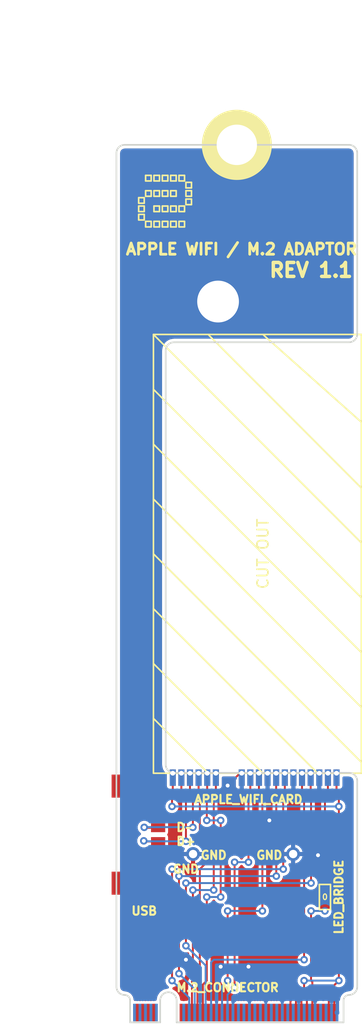
<source format=kicad_pcb>
(kicad_pcb (version 4) (host pcbnew 4.0.5)

  (general
    (links 38)
    (no_connects 0)
    (area 18.360002 52.08 51.819401 144.855001)
    (thickness 1.6)
    (drawings 36)
    (tracks 201)
    (zones 0)
    (modules 6)
    (nets 47)
  )

  (page User 152.4 254)
  (title_block
    (title "Apple WIFI m.2 Adaptor")
    (date 2017-09-05)
    (rev 1)
    (company DigitalCave)
  )

  (layers
    (0 F.Cu signal)
    (31 B.Cu signal)
    (32 B.Adhes user)
    (33 F.Adhes user)
    (34 B.Paste user)
    (35 F.Paste user)
    (36 B.SilkS user)
    (37 F.SilkS user)
    (38 B.Mask user)
    (39 F.Mask user)
    (40 Dwgs.User user)
    (41 Cmts.User user)
    (42 Eco1.User user)
    (43 Eco2.User user)
    (44 Edge.Cuts user)
    (45 Margin user)
    (46 B.CrtYd user)
    (47 F.CrtYd user)
    (48 B.Fab user)
    (49 F.Fab user)
  )

  (setup
    (last_trace_width 0.1778)
    (trace_clearance 0.1524)
    (zone_clearance 0.254)
    (zone_45_only no)
    (trace_min 0.1778)
    (segment_width 0.2)
    (edge_width 0.15)
    (via_size 0.6858)
    (via_drill 0.3556)
    (via_min_size 0.6858)
    (via_min_drill 0.3556)
    (uvia_size 0.508)
    (uvia_drill 0.127)
    (uvias_allowed no)
    (uvia_min_size 0.508)
    (uvia_min_drill 0.127)
    (pcb_text_width 0.3)
    (pcb_text_size 1.5 1.5)
    (mod_edge_width 0.15)
    (mod_text_size 1 1)
    (mod_text_width 0.15)
    (pad_size 5.08 5.08)
    (pad_drill 3.81)
    (pad_to_mask_clearance 0.2)
    (aux_axis_origin 29.21 144.78)
    (grid_origin 29.21 144.78)
    (visible_elements FFFFFF7F)
    (pcbplotparams
      (layerselection 0x010f0_80000001)
      (usegerberextensions true)
      (excludeedgelayer true)
      (linewidth 0.100000)
      (plotframeref false)
      (viasonmask false)
      (mode 1)
      (useauxorigin false)
      (hpglpennumber 1)
      (hpglpenspeed 20)
      (hpglpendiameter 15)
      (hpglpenoverlay 2)
      (psnegative false)
      (psa4output false)
      (plotreference true)
      (plotvalue true)
      (plotinvisibletext false)
      (padsonsilk false)
      (subtractmaskfromsilk false)
      (outputformat 1)
      (mirror false)
      (drillshape 0)
      (scaleselection 1)
      (outputdirectory export/))
  )

  (net 0 "")
  (net 1 +3V3)
  (net 2 "Net-(J1-Pad2)")
  (net 3 GND)
  (net 4 "Net-(J1-Pad4)")
  (net 5 "Net-(J1-Pad5)")
  (net 6 "Net-(J1-Pad7)")
  (net 7 "Net-(J1-Pad8)")
  (net 8 "Net-(J1-Pad10)")
  (net 9 "Net-(J1-Pad11)")
  (net 10 "Net-(J1-Pad13)")
  (net 11 "Net-(J1-Pad14)")
  (net 12 "Net-(J1-Pad15)")
  (net 13 "Net-(J1-Pad16)")
  (net 14 "Net-(J1-Pad17)")
  (net 15 "Net-(P1-Pad1)")
  (net 16 "Net-(J2-Pad5)")
  (net 17 "Net-(J2-Pad6)")
  (net 18 "Net-(J2-Pad7)")
  (net 19 "Net-(J2-Pad8)")
  (net 20 "Net-(J2-Pad10)")
  (net 21 "Net-(J2-Pad11)")
  (net 22 "Net-(J2-Pad13)")
  (net 23 "Net-(J2-Pad17)")
  (net 24 "Net-(J2-Pad19)")
  (net 25 "Net-(J2-Pad20)")
  (net 26 "Net-(J2-Pad22)")
  (net 27 "Net-(J2-Pad23)")
  (net 28 "Net-(J2-Pad24)")
  (net 29 "Net-(J2-Pad25)")
  (net 30 "Net-(J2-Pad26)")
  (net 31 "Net-(J2-Pad28)")
  (net 32 "Net-(J2-Pad29)")
  (net 33 "Net-(J2-Pad30)")
  (net 34 "Net-(J2-Pad31)")
  (net 35 "Net-(J2-Pad32)")
  (net 36 "Net-(J2-Pad34)")
  (net 37 "Net-(J2-Pad35)")
  (net 38 "Net-(J2-Pad36)")
  (net 39 "Net-(J2-Pad37)")
  (net 40 "Net-(J2-Pad38)")
  (net 41 "Net-(J2-Pad40)")
  (net 42 "Net-(J2-Pad42)")
  (net 43 "Net-(J2-Pad44)")
  (net 44 "Net-(J2-Pad46)")
  (net 45 "Net-(J2-Pad48)")
  (net 46 "Net-(J2-Pad56)")

  (net_class Default "This is the default net class."
    (clearance 0.1524)
    (trace_width 0.1778)
    (via_dia 0.6858)
    (via_drill 0.3556)
    (uvia_dia 0.508)
    (uvia_drill 0.127)
    (add_net +3V3)
    (add_net GND)
    (add_net "Net-(J1-Pad10)")
    (add_net "Net-(J1-Pad11)")
    (add_net "Net-(J1-Pad13)")
    (add_net "Net-(J1-Pad14)")
    (add_net "Net-(J1-Pad15)")
    (add_net "Net-(J1-Pad16)")
    (add_net "Net-(J1-Pad17)")
    (add_net "Net-(J1-Pad2)")
    (add_net "Net-(J1-Pad4)")
    (add_net "Net-(J1-Pad5)")
    (add_net "Net-(J1-Pad7)")
    (add_net "Net-(J1-Pad8)")
    (add_net "Net-(J2-Pad10)")
    (add_net "Net-(J2-Pad11)")
    (add_net "Net-(J2-Pad13)")
    (add_net "Net-(J2-Pad17)")
    (add_net "Net-(J2-Pad19)")
    (add_net "Net-(J2-Pad20)")
    (add_net "Net-(J2-Pad22)")
    (add_net "Net-(J2-Pad23)")
    (add_net "Net-(J2-Pad24)")
    (add_net "Net-(J2-Pad25)")
    (add_net "Net-(J2-Pad26)")
    (add_net "Net-(J2-Pad28)")
    (add_net "Net-(J2-Pad29)")
    (add_net "Net-(J2-Pad30)")
    (add_net "Net-(J2-Pad31)")
    (add_net "Net-(J2-Pad32)")
    (add_net "Net-(J2-Pad34)")
    (add_net "Net-(J2-Pad35)")
    (add_net "Net-(J2-Pad36)")
    (add_net "Net-(J2-Pad37)")
    (add_net "Net-(J2-Pad38)")
    (add_net "Net-(J2-Pad40)")
    (add_net "Net-(J2-Pad42)")
    (add_net "Net-(J2-Pad44)")
    (add_net "Net-(J2-Pad46)")
    (add_net "Net-(J2-Pad48)")
    (add_net "Net-(J2-Pad5)")
    (add_net "Net-(J2-Pad56)")
    (add_net "Net-(J2-Pad6)")
    (add_net "Net-(J2-Pad7)")
    (add_net "Net-(J2-Pad8)")
    (add_net "Net-(P1-Pad1)")
  )

  (module DigitalCave:APPLE_WIFI_CARD (layer F.Cu) (tedit 59B975B1) (tstamp 59B03B0C)
    (at 44.592 122.066)
    (path /59A723C1)
    (fp_text reference J1 (at -3.81 2.286) (layer F.SilkS) hide
      (effects (font (size 1 1) (thickness 0.15)))
    )
    (fp_text value APPLE_WIFI_CARD (at -3.317 2.394) (layer F.SilkS)
      (effects (font (size 0.762 0.762) (thickness 0.1905)))
    )
    (fp_text user "CUT OUT" (at -2 -20 90) (layer F.SilkS)
      (effects (font (size 1 1) (thickness 0.15)))
    )
    (fp_line (start -12 -5) (end -7 0) (layer F.SilkS) (width 0.15))
    (fp_line (start -2 -40) (end 7 -32) (layer F.SilkS) (width 0.15))
    (fp_line (start -7 -40) (end 7 -26) (layer F.SilkS) (width 0.15))
    (fp_line (start -12 -40) (end 7 -21) (layer F.SilkS) (width 0.15))
    (fp_line (start -12 -35) (end 7 -16) (layer F.SilkS) (width 0.15))
    (fp_line (start -12 -30) (end 7 -11) (layer F.SilkS) (width 0.15))
    (fp_line (start -12 -25) (end 7 -6) (layer F.SilkS) (width 0.15))
    (fp_line (start -12 -20) (end 7 -1) (layer F.SilkS) (width 0.15))
    (fp_line (start -12 -15) (end 3 0) (layer F.SilkS) (width 0.15))
    (fp_line (start -12 -10) (end -2 0) (layer F.SilkS) (width 0.15))
    (fp_line (start 7 -40) (end 7 0) (layer F.SilkS) (width 0.15))
    (fp_line (start -12 -40) (end -12 0) (layer F.SilkS) (width 0.15))
    (fp_line (start -12 -40) (end 7 -40) (layer F.SilkS) (width 0.15))
    (fp_line (start -12 0) (end 7 0) (layer F.SilkS) (width 0.15))
    (pad 1 thru_hole rect (at 4.7244 0 180) (size 0.5588 1.5) (drill 0.4318 (offset 0 -0.4)) (layers *.Cu *.Mask)
      (net 1 +3V3))
    (pad 2 thru_hole rect (at 3.937 0 180) (size 0.5588 1.5) (drill 0.4318 (offset 0 -0.4)) (layers *.Cu *.Mask)
      (net 2 "Net-(J1-Pad2)"))
    (pad 3 thru_hole rect (at 3.1496 0 180) (size 0.5588 1.5) (drill 0.4318 (offset 0 -0.4)) (layers *.Cu *.Mask)
      (net 3 GND))
    (pad 4 thru_hole rect (at 2.3622 0 180) (size 0.5588 1.5) (drill 0.4318 (offset 0 -0.4)) (layers *.Cu *.Mask)
      (net 4 "Net-(J1-Pad4)"))
    (pad 5 thru_hole rect (at 1.5748 0 180) (size 0.5588 1.5) (drill 0.4318 (offset 0 -0.4)) (layers *.Cu *.Mask)
      (net 5 "Net-(J1-Pad5)"))
    (pad 6 thru_hole rect (at 0.7874 0 180) (size 0.5588 1.5) (drill 0.4318 (offset 0 -0.4)) (layers *.Cu *.Mask)
      (net 3 GND))
    (pad 7 thru_hole rect (at 0 0 180) (size 0.5588 1.5) (drill 0.4318 (offset 0 -0.4)) (layers *.Cu *.Mask)
      (net 6 "Net-(J1-Pad7)"))
    (pad 8 thru_hole rect (at -0.7874 0 180) (size 0.5588 1.5) (drill 0.4318 (offset 0 -0.4)) (layers *.Cu *.Mask)
      (net 7 "Net-(J1-Pad8)"))
    (pad 9 thru_hole rect (at -1.5748 0 180) (size 0.5588 1.5) (drill 0.4318 (offset 0 -0.4)) (layers *.Cu *.Mask)
      (net 3 GND))
    (pad 10 thru_hole rect (at -2.3622 0 180) (size 0.5588 1.5) (drill 0.4318 (offset 0 -0.4)) (layers *.Cu *.Mask)
      (net 8 "Net-(J1-Pad10)"))
    (pad 11 thru_hole rect (at -3.1496 0 180) (size 0.5588 1.5) (drill 0.4318 (offset 0 -0.4)) (layers *.Cu *.Mask)
      (net 9 "Net-(J1-Pad11)"))
    (pad 12 thru_hole rect (at -3.937 0 180) (size 0.5588 1.5) (drill 0.4318 (offset 0 -0.4)) (layers *.Cu *.Mask)
      (net 3 GND))
    (pad 13 thru_hole rect (at -6.2992 0 180) (size 0.5588 1.5) (drill 0.4318 (offset 0 -0.4)) (layers *.Cu *.Mask)
      (net 10 "Net-(J1-Pad13)"))
    (pad 14 thru_hole rect (at -7.0866 0 180) (size 0.5588 1.5) (drill 0.4318 (offset 0 -0.4)) (layers *.Cu *.Mask)
      (net 11 "Net-(J1-Pad14)"))
    (pad 15 thru_hole rect (at -7.874 0 180) (size 0.5588 1.5) (drill 0.4318 (offset 0 -0.4)) (layers *.Cu *.Mask)
      (net 12 "Net-(J1-Pad15)"))
    (pad 16 thru_hole rect (at -8.6614 0 180) (size 0.5588 1.5) (drill 0.4318 (offset 0 -0.4)) (layers *.Cu *.Mask)
      (net 13 "Net-(J1-Pad16)"))
    (pad 17 thru_hole rect (at -9.4488 0 180) (size 0.5588 1.5) (drill 0.4318 (offset 0 -0.4)) (layers *.Cu *.Mask)
      (net 14 "Net-(J1-Pad17)"))
    (pad 18 thru_hole rect (at -10.2362 0 180) (size 0.5588 1.5) (drill 0.4318 (offset 0 -0.4)) (layers *.Cu *.Mask)
      (net 1 +3V3))
    (pad 19 thru_hole oval (at -8.382 7.366) (size 1.27 1.27) (drill 0.762) (layers *.Cu *.Mask)
      (net 3 GND))
    (pad 20 thru_hole oval (at 0.762 7.366) (size 1.27 1.27) (drill 0.762) (layers *.Cu *.Mask)
      (net 3 GND))
    (pad 20 thru_hole circle (at -6.096 -43) (size 5.08 5.08) (drill 3.81) (layers *.Cu *.Mask)
      (net 3 GND) (zone_connect 2))
  )

  (module Pin_Headers:Pin_Header_Straight_1x04 (layer F.Cu) (tedit 59B97A52) (tstamp 59B01F62)
    (at 33.02 129.54 180)
    (descr "Through hole pin header")
    (tags "pin header")
    (path /59A72B0C)
    (fp_text reference P1 (at 0 -5.1 180) (layer F.SilkS) hide
      (effects (font (size 1 1) (thickness 0.15)))
    )
    (fp_text value USB (at 1.27 -5.08 360) (layer F.SilkS)
      (effects (font (size 0.762 0.762) (thickness 0.1905)))
    )
    (pad 4 smd rect (at 0 0 180) (size 1.3 0.8) (layers F.Cu F.Paste F.Mask)
      (net 3 GND))
    (pad 3 smd rect (at 0 1.25 180) (size 1.3 0.8) (layers F.Cu F.Paste F.Mask)
      (net 14 "Net-(J1-Pad17)"))
    (pad 2 smd rect (at 0 2.5 180) (size 1.3 0.8) (layers F.Cu F.Paste F.Mask)
      (net 13 "Net-(J1-Pad16)"))
    (pad 1 smd rect (at 0 3.75 180) (size 1.3 0.8) (layers F.Cu F.Paste F.Mask)
      (net 15 "Net-(P1-Pad1)"))
    (pad "" smd rect (at 2.75 -2.55 180) (size 3 2.1) (layers F.Cu F.Paste F.Mask))
    (pad "" smd rect (at 2.75 6.3 180) (size 3 2.1) (layers F.Cu F.Paste F.Mask))
    (model Pin_Headers.3dshapes/Pin_Header_Straight_1x04.wrl
      (at (xyz 0 -0.15 0))
      (scale (xyz 1 1 1))
      (rotate (xyz 0 0 90))
    )
  )

  (module DigitalCave:SM0603_VALUE (layer F.Cu) (tedit 558850BC) (tstamp 59B19E35)
    (at 48.26 133.35 90)
    (path /59B02C51)
    (attr smd)
    (fp_text reference R1 (at 0 0 90) (layer F.SilkS) hide
      (effects (font (size 0.508 0.508) (thickness 0.1143)))
    )
    (fp_text value 0 (at 0 0 180) (layer F.SilkS)
      (effects (font (size 0.508 0.508) (thickness 0.1143)))
    )
    (fp_line (start -1.143 -0.508) (end -1.143 0.508) (layer F.SilkS) (width 0.1524))
    (fp_line (start -1.143 0.508) (end 1.143 0.508) (layer F.SilkS) (width 0.1524))
    (fp_line (start 1.143 0.508) (end 1.143 -0.508) (layer F.SilkS) (width 0.1524))
    (fp_line (start 1.143 -0.508) (end -1.143 -0.508) (layer F.SilkS) (width 0.1524))
    (pad 1 smd rect (at -0.762 0 90) (size 0.635 0.889) (layers F.Cu F.Paste F.Mask)
      (net 20 "Net-(J2-Pad10)"))
    (pad 2 smd rect (at 0.762 0 90) (size 0.635 0.889) (layers F.Cu F.Paste F.Mask)
      (net 2 "Net-(J1-Pad2)"))
    (model Resistors_SMD.3dshapes/R_0603.wrl
      (at (xyz 0 0 0))
      (scale (xyz 1 1 1))
      (rotate (xyz 0 0 0))
    )
  )

  (module DigitalCave:MOUNTING_HOLE_#6 (layer F.Cu) (tedit 59B9710A) (tstamp 59B044D2)
    (at 40.21 64.78)
    (descr "Mounting hole for #6 screw")
    (path /59B02ACE)
    (fp_text reference MP1 (at 0 -3.175) (layer F.SilkS) hide
      (effects (font (size 1 1) (thickness 0.15)))
    )
    (fp_text value MOUNTING_HOLE (at 0 3.175) (layer F.SilkS) hide
      (effects (font (size 1 1) (thickness 0.15)))
    )
    (fp_circle (center 0 0) (end 3.175 0) (layer F.SilkS) (width 0.0508))
    (pad 1 thru_hole circle (at 0 0) (size 6.35 6.35) (drill 3.683) (layers *.Cu *.Mask F.SilkS)
      (net 3 GND) (zone_connect 2))
  )

  (module DigitalCave:DIGITALCAVE_LOGO (layer F.Cu) (tedit 54639F29) (tstamp 59B97C1C)
    (at 33.655 69.85)
    (path /59B97AEA)
    (fp_text reference MP2 (at 0 0) (layer F.SilkS) hide
      (effects (font (size 0.381 0.381) (thickness 0.127)))
    )
    (fp_text value GRAPHIC (at 0 0) (layer F.SilkS) hide
      (effects (font (size 0.381 0.381) (thickness 0.127)))
    )
    (fp_line (start 1.27 1.905) (end 1.778 1.905) (layer F.SilkS) (width 0.15))
    (fp_line (start 1.778 1.905) (end 1.778 2.413) (layer F.SilkS) (width 0.15))
    (fp_line (start 1.778 2.413) (end 1.27 2.413) (layer F.SilkS) (width 0.15))
    (fp_line (start 1.27 2.413) (end 1.27 1.905) (layer F.SilkS) (width 0.15))
    (fp_line (start 0.508 1.905) (end 1.016 1.905) (layer F.SilkS) (width 0.15))
    (fp_line (start 1.016 1.905) (end 1.016 2.413) (layer F.SilkS) (width 0.15))
    (fp_line (start 1.016 2.413) (end 0.508 2.413) (layer F.SilkS) (width 0.15))
    (fp_line (start 0.508 2.413) (end 0.508 1.905) (layer F.SilkS) (width 0.15))
    (fp_line (start -0.254 1.905) (end 0.254 1.905) (layer F.SilkS) (width 0.15))
    (fp_line (start 0.254 1.905) (end 0.254 2.413) (layer F.SilkS) (width 0.15))
    (fp_line (start 0.254 2.413) (end -0.254 2.413) (layer F.SilkS) (width 0.15))
    (fp_line (start -0.254 2.413) (end -0.254 1.905) (layer F.SilkS) (width 0.15))
    (fp_line (start -1.016 1.905) (end -0.508 1.905) (layer F.SilkS) (width 0.15))
    (fp_line (start -0.508 1.905) (end -0.508 2.413) (layer F.SilkS) (width 0.15))
    (fp_line (start -0.508 2.413) (end -1.016 2.413) (layer F.SilkS) (width 0.15))
    (fp_line (start -1.016 2.413) (end -1.016 1.905) (layer F.SilkS) (width 0.15))
    (fp_line (start -1.778 1.905) (end -1.27 1.905) (layer F.SilkS) (width 0.15))
    (fp_line (start -1.27 1.905) (end -1.27 2.413) (layer F.SilkS) (width 0.15))
    (fp_line (start -1.27 2.413) (end -1.778 2.413) (layer F.SilkS) (width 0.15))
    (fp_line (start -1.778 2.413) (end -1.778 1.905) (layer F.SilkS) (width 0.15))
    (fp_line (start -2.413 1.27) (end -1.905 1.27) (layer F.SilkS) (width 0.15))
    (fp_line (start -1.905 1.27) (end -1.905 1.778) (layer F.SilkS) (width 0.15))
    (fp_line (start -1.905 1.778) (end -2.413 1.778) (layer F.SilkS) (width 0.15))
    (fp_line (start -2.413 1.778) (end -2.413 1.27) (layer F.SilkS) (width 0.15))
    (fp_line (start -1.905 0.508) (end -1.905 1.016) (layer F.SilkS) (width 0.15))
    (fp_line (start -1.905 1.016) (end -2.413 1.016) (layer F.SilkS) (width 0.15))
    (fp_line (start -2.413 1.016) (end -2.413 0.508) (layer F.SilkS) (width 0.15))
    (fp_line (start -2.413 0.508) (end -1.905 0.508) (layer F.SilkS) (width 0.15))
    (fp_line (start -1.905 -0.254) (end -1.905 0.254) (layer F.SilkS) (width 0.15))
    (fp_line (start -1.905 0.254) (end -2.413 0.254) (layer F.SilkS) (width 0.15))
    (fp_line (start -2.413 0.254) (end -2.413 -0.254) (layer F.SilkS) (width 0.15))
    (fp_line (start -2.413 -0.254) (end -1.905 -0.254) (layer F.SilkS) (width 0.15))
    (fp_line (start -1.27 -0.889) (end -1.27 -0.381) (layer F.SilkS) (width 0.15))
    (fp_line (start -1.27 -0.381) (end -1.778 -0.381) (layer F.SilkS) (width 0.15))
    (fp_line (start -1.778 -0.381) (end -1.778 -0.889) (layer F.SilkS) (width 0.15))
    (fp_line (start -1.778 -0.889) (end -1.27 -0.889) (layer F.SilkS) (width 0.15))
    (fp_line (start -0.508 -0.381) (end -0.508 -0.889) (layer F.SilkS) (width 0.15))
    (fp_line (start -0.508 -0.889) (end -1.016 -0.889) (layer F.SilkS) (width 0.15))
    (fp_line (start -1.016 -0.889) (end -1.016 -0.381) (layer F.SilkS) (width 0.15))
    (fp_line (start -1.016 -0.381) (end -0.508 -0.381) (layer F.SilkS) (width 0.15))
    (fp_line (start 0.254 -0.889) (end 0.254 -0.381) (layer F.SilkS) (width 0.15))
    (fp_line (start 0.254 -0.381) (end -0.254 -0.381) (layer F.SilkS) (width 0.15))
    (fp_line (start -0.254 -0.381) (end -0.254 -0.889) (layer F.SilkS) (width 0.15))
    (fp_line (start -0.254 -0.889) (end 0.254 -0.889) (layer F.SilkS) (width 0.15))
    (fp_line (start 1.016 -0.381) (end 1.016 -0.889) (layer F.SilkS) (width 0.15))
    (fp_line (start 1.016 -0.889) (end 0.508 -0.889) (layer F.SilkS) (width 0.15))
    (fp_line (start 0.508 -0.889) (end 0.508 -0.381) (layer F.SilkS) (width 0.15))
    (fp_line (start 0.508 -0.381) (end 1.016 -0.381) (layer F.SilkS) (width 0.15))
    (fp_line (start -0.508 1.016) (end -0.508 0.508) (layer F.SilkS) (width 0.15))
    (fp_line (start -0.508 0.508) (end -1.016 0.508) (layer F.SilkS) (width 0.15))
    (fp_line (start -1.016 0.508) (end -1.016 1.016) (layer F.SilkS) (width 0.15))
    (fp_line (start -1.016 1.016) (end -0.508 1.016) (layer F.SilkS) (width 0.15))
    (fp_line (start 0.254 1.016) (end -0.254 1.016) (layer F.SilkS) (width 0.15))
    (fp_line (start -0.254 1.016) (end -0.254 0.508) (layer F.SilkS) (width 0.15))
    (fp_line (start 0.254 1.016) (end 0.254 0.508) (layer F.SilkS) (width 0.15))
    (fp_line (start 0.254 0.508) (end -0.254 0.508) (layer F.SilkS) (width 0.15))
    (fp_line (start 1.016 0.508) (end 1.016 1.016) (layer F.SilkS) (width 0.15))
    (fp_line (start 1.016 1.016) (end 0.508 1.016) (layer F.SilkS) (width 0.15))
    (fp_line (start 0.508 1.016) (end 0.508 0.508) (layer F.SilkS) (width 0.15))
    (fp_line (start 0.508 0.508) (end 1.016 0.508) (layer F.SilkS) (width 0.15))
    (fp_line (start 1.778 0.508) (end 1.778 1.016) (layer F.SilkS) (width 0.15))
    (fp_line (start 1.778 1.016) (end 1.27 1.016) (layer F.SilkS) (width 0.15))
    (fp_line (start 1.27 1.016) (end 1.27 0.508) (layer F.SilkS) (width 0.15))
    (fp_line (start 1.27 0.508) (end 1.778 0.508) (layer F.SilkS) (width 0.15))
    (fp_line (start 1.905 -0.127) (end 2.413 -0.127) (layer F.SilkS) (width 0.15))
    (fp_line (start 2.413 -0.127) (end 2.413 0.381) (layer F.SilkS) (width 0.15))
    (fp_line (start 2.413 0.381) (end 1.905 0.381) (layer F.SilkS) (width 0.15))
    (fp_line (start 1.905 0.381) (end 1.905 -0.127) (layer F.SilkS) (width 0.15))
    (fp_line (start 1.905 -0.889) (end 2.413 -0.889) (layer F.SilkS) (width 0.15))
    (fp_line (start 2.413 -0.889) (end 2.413 -0.381) (layer F.SilkS) (width 0.15))
    (fp_line (start 2.413 -0.381) (end 1.905 -0.381) (layer F.SilkS) (width 0.15))
    (fp_line (start 1.905 -0.381) (end 1.905 -0.889) (layer F.SilkS) (width 0.15))
    (fp_line (start 1.905 -1.651) (end 2.413 -1.651) (layer F.SilkS) (width 0.15))
    (fp_line (start 2.413 -1.651) (end 2.413 -1.143) (layer F.SilkS) (width 0.15))
    (fp_line (start 2.413 -1.143) (end 1.905 -1.143) (layer F.SilkS) (width 0.15))
    (fp_line (start 1.905 -1.143) (end 1.905 -1.651) (layer F.SilkS) (width 0.15))
    (fp_line (start 1.27 -2.286) (end 1.27 -1.778) (layer F.SilkS) (width 0.15))
    (fp_line (start 1.27 -1.778) (end 1.778 -1.778) (layer F.SilkS) (width 0.15))
    (fp_line (start 1.778 -1.778) (end 1.778 -2.286) (layer F.SilkS) (width 0.15))
    (fp_line (start 1.778 -2.286) (end 1.27 -2.286) (layer F.SilkS) (width 0.15))
    (fp_line (start 0.508 -2.286) (end 0.508 -1.778) (layer F.SilkS) (width 0.15))
    (fp_line (start 0.508 -1.778) (end 1.016 -1.778) (layer F.SilkS) (width 0.15))
    (fp_line (start 1.016 -1.778) (end 1.016 -2.286) (layer F.SilkS) (width 0.15))
    (fp_line (start 1.016 -2.286) (end 0.508 -2.286) (layer F.SilkS) (width 0.15))
    (fp_line (start -0.254 -2.286) (end -0.254 -1.778) (layer F.SilkS) (width 0.15))
    (fp_line (start -0.254 -1.778) (end 0.254 -1.778) (layer F.SilkS) (width 0.15))
    (fp_line (start 0.254 -1.778) (end 0.254 -2.286) (layer F.SilkS) (width 0.15))
    (fp_line (start 0.254 -2.286) (end -0.254 -2.286) (layer F.SilkS) (width 0.15))
    (fp_line (start -1.016 -2.286) (end -1.016 -1.778) (layer F.SilkS) (width 0.15))
    (fp_line (start -1.016 -1.778) (end -0.508 -1.778) (layer F.SilkS) (width 0.15))
    (fp_line (start -0.508 -1.778) (end -0.508 -2.286) (layer F.SilkS) (width 0.15))
    (fp_line (start -0.508 -2.286) (end -1.016 -2.286) (layer F.SilkS) (width 0.15))
    (fp_line (start -1.778 -2.286) (end -1.778 -1.778) (layer F.SilkS) (width 0.15))
    (fp_line (start -1.778 -1.778) (end -1.27 -1.778) (layer F.SilkS) (width 0.15))
    (fp_line (start -1.27 -1.778) (end -1.27 -2.286) (layer F.SilkS) (width 0.15))
    (fp_line (start -1.27 -2.286) (end -1.778 -2.286) (layer F.SilkS) (width 0.15))
  )

  (module DigitalCave:M.2_CONNECTOR (layer B.Cu) (tedit 59DE81A5) (tstamp 59B19E2B)
    (at 39.36 143.88 180)
    (path /59A71A4D)
    (fp_text reference J2 (at 0 4 180) (layer B.SilkS) hide
      (effects (font (size 1 1) (thickness 0.15)) (justify mirror))
    )
    (fp_text value m.2_connector (at 0 2 180) (layer B.Fab) hide
      (effects (font (size 1 1) (thickness 0.15)) (justify mirror))
    )
    (pad 1 smd rect (at -10 0 180) (size 0.254 1.6) (layers B.Cu B.Paste B.Mask)
      (net 3 GND))
    (pad 2 smd rect (at -9.75 0 180) (size 0.254 1.6) (layers F.Cu F.Paste F.Mask)
      (net 1 +3V3))
    (pad 3 smd rect (at -9.5 0 180) (size 0.254 1.6) (layers B.Cu B.Paste B.Mask)
      (net 3 GND))
    (pad 4 smd rect (at -9.25 0 180) (size 0.254 1.6) (layers F.Cu F.Paste F.Mask)
      (net 1 +3V3))
    (pad 5 smd rect (at -9 0 180) (size 0.254 1.6) (layers B.Cu B.Paste B.Mask)
      (net 16 "Net-(J2-Pad5)"))
    (pad 6 smd rect (at -8.75 0 180) (size 0.254 1.6) (layers F.Cu F.Paste F.Mask)
      (net 17 "Net-(J2-Pad6)"))
    (pad 7 smd rect (at -8.5 0 180) (size 0.254 1.6) (layers B.Cu B.Paste B.Mask)
      (net 18 "Net-(J2-Pad7)"))
    (pad 8 smd rect (at -8.25 0 180) (size 0.254 1.6) (layers F.Cu F.Paste F.Mask)
      (net 19 "Net-(J2-Pad8)"))
    (pad 9 smd rect (at -8 0 180) (size 0.254 1.6) (layers B.Cu B.Paste B.Mask)
      (net 3 GND))
    (pad 10 smd rect (at -7.75 0 180) (size 0.254 1.6) (layers F.Cu F.Paste F.Mask)
      (net 20 "Net-(J2-Pad10)"))
    (pad 11 smd rect (at -7.5 0 180) (size 0.254 1.6) (layers B.Cu B.Paste B.Mask)
      (net 21 "Net-(J2-Pad11)"))
    (pad 12 smd rect (at -7.25 0 180) (size 0.254 1.6) (layers F.Cu F.Paste F.Mask)
      (net 1 +3V3))
    (pad 13 smd rect (at -7 0 180) (size 0.254 1.6) (layers B.Cu B.Paste B.Mask)
      (net 22 "Net-(J2-Pad13)"))
    (pad 14 smd rect (at -6.75 0 180) (size 0.254 1.6) (layers F.Cu F.Paste F.Mask)
      (net 1 +3V3))
    (pad 15 smd rect (at -6.5 0 180) (size 0.254 1.6) (layers B.Cu B.Paste B.Mask)
      (net 3 GND))
    (pad 16 smd rect (at -6.25 0 180) (size 0.254 1.6) (layers F.Cu F.Paste F.Mask)
      (net 1 +3V3))
    (pad 17 smd rect (at -6 0 180) (size 0.254 1.6) (layers B.Cu B.Paste B.Mask)
      (net 23 "Net-(J2-Pad17)"))
    (pad 18 smd rect (at -5.75 0 180) (size 0.254 1.6) (layers F.Cu F.Paste F.Mask)
      (net 1 +3V3))
    (pad 19 smd rect (at -5.5 0 180) (size 0.254 1.6) (layers B.Cu B.Paste B.Mask)
      (net 24 "Net-(J2-Pad19)"))
    (pad 20 smd rect (at -5.25 0 180) (size 0.254 1.6) (layers F.Cu F.Paste F.Mask)
      (net 25 "Net-(J2-Pad20)"))
    (pad 21 smd rect (at -5 0 180) (size 0.254 1.6) (layers B.Cu B.Paste B.Mask)
      (net 3 GND))
    (pad 22 smd rect (at -4.75 0 180) (size 0.254 1.6) (layers F.Cu F.Paste F.Mask)
      (net 26 "Net-(J2-Pad22)"))
    (pad 23 smd rect (at -4.5 0 180) (size 0.254 1.6) (layers B.Cu B.Paste B.Mask)
      (net 27 "Net-(J2-Pad23)"))
    (pad 24 smd rect (at -4.25 0 180) (size 0.254 1.6) (layers F.Cu F.Paste F.Mask)
      (net 28 "Net-(J2-Pad24)"))
    (pad 25 smd rect (at -4 0 180) (size 0.254 1.6) (layers B.Cu B.Paste B.Mask)
      (net 29 "Net-(J2-Pad25)"))
    (pad 26 smd rect (at -3.75 0 180) (size 0.254 1.6) (layers F.Cu F.Paste F.Mask)
      (net 30 "Net-(J2-Pad26)"))
    (pad 27 smd rect (at -3.5 0 180) (size 0.254 1.6) (layers B.Cu B.Paste B.Mask)
      (net 3 GND))
    (pad 28 smd rect (at -3.25 0 180) (size 0.254 1.6) (layers F.Cu F.Paste F.Mask)
      (net 31 "Net-(J2-Pad28)"))
    (pad 29 smd rect (at -3 0 180) (size 0.254 1.6) (layers B.Cu B.Paste B.Mask)
      (net 32 "Net-(J2-Pad29)"))
    (pad 30 smd rect (at -2.75 0 180) (size 0.254 1.6) (layers F.Cu F.Paste F.Mask)
      (net 33 "Net-(J2-Pad30)"))
    (pad 31 smd rect (at -2.5 0 180) (size 0.254 1.6) (layers B.Cu B.Paste B.Mask)
      (net 34 "Net-(J2-Pad31)"))
    (pad 32 smd rect (at -2.25 0 180) (size 0.254 1.6) (layers F.Cu F.Paste F.Mask)
      (net 35 "Net-(J2-Pad32)"))
    (pad 33 smd rect (at -2 0 180) (size 0.254 1.6) (layers B.Cu B.Paste B.Mask)
      (net 3 GND))
    (pad 34 smd rect (at -1.75 0 180) (size 0.254 1.6) (layers F.Cu F.Paste F.Mask)
      (net 36 "Net-(J2-Pad34)"))
    (pad 35 smd rect (at -1.5 0 180) (size 0.254 1.6) (layers B.Cu B.Paste B.Mask)
      (net 37 "Net-(J2-Pad35)"))
    (pad 36 smd rect (at -1.25 0 180) (size 0.254 1.6) (layers F.Cu F.Paste F.Mask)
      (net 38 "Net-(J2-Pad36)"))
    (pad 37 smd rect (at -1 0 180) (size 0.254 1.6) (layers B.Cu B.Paste B.Mask)
      (net 39 "Net-(J2-Pad37)"))
    (pad 38 smd rect (at -0.75 0 180) (size 0.254 1.6) (layers F.Cu F.Paste F.Mask)
      (net 40 "Net-(J2-Pad38)"))
    (pad 39 smd rect (at -0.5 0 180) (size 0.254 1.6) (layers B.Cu B.Paste B.Mask)
      (net 3 GND))
    (pad 40 smd rect (at -0.25 0 180) (size 0.254 1.6) (layers F.Cu F.Paste F.Mask)
      (net 41 "Net-(J2-Pad40)"))
    (pad 41 smd rect (at 0 0 180) (size 0.254 1.6) (layers B.Cu B.Paste B.Mask)
      (net 9 "Net-(J1-Pad11)"))
    (pad 42 smd rect (at 0.25 0 180) (size 0.254 1.6) (layers F.Cu F.Paste F.Mask)
      (net 42 "Net-(J2-Pad42)"))
    (pad 43 smd rect (at 0.5 0 180) (size 0.254 1.6) (layers B.Cu B.Paste B.Mask)
      (net 8 "Net-(J1-Pad10)"))
    (pad 44 smd rect (at 0.75 0 180) (size 0.254 1.6) (layers F.Cu F.Paste F.Mask)
      (net 43 "Net-(J2-Pad44)"))
    (pad 45 smd rect (at 1 0 180) (size 0.254 1.6) (layers B.Cu B.Paste B.Mask)
      (net 3 GND))
    (pad 46 smd rect (at 1.25 0 180) (size 0.254 1.6) (layers F.Cu F.Paste F.Mask)
      (net 44 "Net-(J2-Pad46)"))
    (pad 47 smd rect (at 1.5 0 180) (size 0.254 1.6) (layers B.Cu B.Paste B.Mask)
      (net 5 "Net-(J1-Pad5)"))
    (pad 48 smd rect (at 1.75 0 180) (size 0.254 1.6) (layers F.Cu F.Paste F.Mask)
      (net 45 "Net-(J2-Pad48)"))
    (pad 49 smd rect (at 2 0 180) (size 0.254 1.6) (layers B.Cu B.Paste B.Mask)
      (net 4 "Net-(J1-Pad4)"))
    (pad 50 smd rect (at 2.25 0 180) (size 0.254 1.6) (layers F.Cu F.Paste F.Mask)
      (net 11 "Net-(J1-Pad14)"))
    (pad 51 smd rect (at 2.5 0 180) (size 0.254 1.6) (layers B.Cu B.Paste B.Mask)
      (net 3 GND))
    (pad 52 smd rect (at 2.75 0 180) (size 0.254 1.6) (layers F.Cu F.Paste F.Mask)
      (net 12 "Net-(J1-Pad15)"))
    (pad 53 smd rect (at 3 0 180) (size 0.254 1.6) (layers B.Cu B.Paste B.Mask)
      (net 7 "Net-(J1-Pad8)"))
    (pad 54 smd rect (at 3.25 0 180) (size 0.254 1.6) (layers F.Cu F.Paste F.Mask)
      (net 10 "Net-(J1-Pad13)"))
    (pad 55 smd rect (at 3.5 0 180) (size 0.254 1.6) (layers B.Cu B.Paste B.Mask)
      (net 6 "Net-(J1-Pad7)"))
    (pad 56 smd rect (at 3.75 0 180) (size 0.254 1.6) (layers F.Cu F.Paste F.Mask)
      (net 46 "Net-(J2-Pad56)"))
    (pad 57 smd rect (at 4 0 180) (size 0.254 1.6) (layers B.Cu B.Paste B.Mask))
    (pad 58 smd rect (at 4.25 0 180) (size 0.254 1.6) (layers F.Cu F.Paste F.Mask))
    (pad 67 smd rect (at 6.5 0 180) (size 0.254 1.6) (layers B.Cu B.Paste B.Mask))
    (pad 68 smd rect (at 6.75 0 180) (size 0.254 1.6) (layers F.Cu F.Paste F.Mask))
    (pad 69 smd rect (at 7 0 180) (size 0.254 1.6) (layers B.Cu B.Paste B.Mask))
    (pad 70 smd rect (at 7.25 0 180) (size 0.254 1.6) (layers F.Cu F.Paste F.Mask))
    (pad 71 smd rect (at 7.5 0 180) (size 0.254 1.6) (layers B.Cu B.Paste B.Mask))
    (pad 72 smd rect (at 7.75 0 180) (size 0.254 1.6) (layers F.Cu F.Paste F.Mask))
    (pad 73 smd rect (at 8 0 180) (size 0.254 1.6) (layers B.Cu B.Paste B.Mask))
    (pad 74 smd rect (at 8.25 0 180) (size 0.254 1.6) (layers F.Cu F.Paste F.Mask))
    (pad 75 smd rect (at 8.5 0 180) (size 0.254 1.6) (layers B.Cu B.Paste B.Mask))
  )

  (gr_text "REV 1.1" (at 46.99 76.2) (layer F.SilkS)
    (effects (font (size 1.27 1.27) (thickness 0.3175)))
  )
  (gr_text "APPLE WIFI / M.2 ADAPTOR" (at 40.64 74.295) (layer F.SilkS)
    (effects (font (size 1.016 1.016) (thickness 0.254)))
  )
  (gr_text M.2_CONNECTOR (at 39.37 141.605) (layer F.SilkS)
    (effects (font (size 0.762 0.762) (thickness 0.1905)))
  )
  (gr_text GND (at 43.18 129.54) (layer F.SilkS)
    (effects (font (size 0.762 0.762) (thickness 0.1905)))
  )
  (gr_text GND (at 38.1 129.54) (layer F.SilkS)
    (effects (font (size 0.762 0.762) (thickness 0.1905)))
  )
  (gr_text LED_BRIDGE (at 49.53 133.35 90) (layer F.SilkS)
    (effects (font (size 0.762 0.762) (thickness 0.1905)))
  )
  (gr_text D- (at 35.56 127) (layer F.SilkS)
    (effects (font (size 0.762 0.762) (thickness 0.1905)))
  )
  (gr_text D+ (at 35.56 128.27) (layer F.SilkS)
    (effects (font (size 0.762 0.762) (thickness 0.1905)))
  )
  (gr_text GND (at 35.56 130.81) (layer F.SilkS)
    (effects (font (size 0.762 0.762) (thickness 0.1905)))
  )
  (dimension 80 (width 0.3) (layer Cmts.User)
    (gr_text "80.000 mm" (at 24.860001 104.78 270) (layer Cmts.User) (tstamp 59DE8F4E)
      (effects (font (size 1.5 1.5) (thickness 0.3)))
    )
    (feature1 (pts (xy 29.21 144.78) (xy 23.510001 144.78)))
    (feature2 (pts (xy 29.21 64.78) (xy 23.510001 64.78)))
    (crossbar (pts (xy 26.210001 64.78) (xy 26.210001 144.78)))
    (arrow1a (pts (xy 26.210001 144.78) (xy 25.62358 143.653496)))
    (arrow1b (pts (xy 26.210001 144.78) (xy 26.796422 143.653496)))
    (arrow2a (pts (xy 26.210001 64.78) (xy 25.62358 65.906504)))
    (arrow2b (pts (xy 26.210001 64.78) (xy 26.796422 65.906504)))
  )
  (gr_line (start 33.21 142.78) (end 33.21 144.78) (layer Edge.Cuts) (width 0.15))
  (gr_line (start 34.71 142.78) (end 34.71 144.78) (layer Edge.Cuts) (width 0.15))
  (gr_line (start 33.21 144.78) (end 30.46 144.78) (layer Edge.Cuts) (width 0.15))
  (gr_line (start 49.96 142.78) (end 49.96 144.78) (layer Edge.Cuts) (width 0.15))
  (gr_line (start 34.71 144.78) (end 49.96 144.78) (layer Edge.Cuts) (width 0.15))
  (gr_line (start 30.46 142.78) (end 30.46 144.78) (layer Edge.Cuts) (width 0.15))
  (gr_arc (start 50.46 142.78) (end 49.96 142.78) (angle 90) (layer Edge.Cuts) (width 0.15))
  (gr_arc (start 29.96 142.78) (end 29.96 142.28) (angle 90) (layer Edge.Cuts) (width 0.15))
  (gr_arc (start 33.96 142.78) (end 33.21 142.78) (angle 180) (layer Edge.Cuts) (width 0.15))
  (gr_arc (start 50.46 122.78) (end 50.46 122.03) (angle 90) (layer Edge.Cuts) (width 0.15))
  (gr_arc (start 50.46 141.53) (end 51.21 141.53) (angle 90) (layer Edge.Cuts) (width 0.15))
  (gr_arc (start 29.96 141.53) (end 29.96 142.28) (angle 90) (layer Edge.Cuts) (width 0.15))
  (gr_arc (start 29.96 65.53) (end 29.21 65.53) (angle 90) (layer Edge.Cuts) (width 0.15))
  (gr_arc (start 50.46 65.53) (end 50.46 64.78) (angle 90) (layer Edge.Cuts) (width 0.15))
  (gr_arc (start 50.46 82.03) (end 51.21 82.03) (angle 90) (layer Edge.Cuts) (width 0.15))
  (gr_arc (start 34.46 121.28) (end 34.46 122.03) (angle 90) (layer Edge.Cuts) (width 0.15))
  (gr_arc (start 34.46 83.53) (end 33.71 83.53) (angle 90) (layer Edge.Cuts) (width 0.15))
  (dimension 22 (width 0.3) (layer Cmts.User)
    (gr_text "22.000 mm" (at 40.21 53.43) (layer Cmts.User) (tstamp 59DE8F61)
      (effects (font (size 1.5 1.5) (thickness 0.3)))
    )
    (feature1 (pts (xy 51.21 64.78) (xy 51.21 52.08)))
    (feature2 (pts (xy 29.21 64.78) (xy 29.21 52.08)))
    (crossbar (pts (xy 29.21 54.78) (xy 51.21 54.78)))
    (arrow1a (pts (xy 51.21 54.78) (xy 50.083496 55.366421)))
    (arrow1b (pts (xy 51.21 54.78) (xy 50.083496 54.193579)))
    (arrow2a (pts (xy 29.21 54.78) (xy 30.336504 55.366421)))
    (arrow2b (pts (xy 29.21 54.78) (xy 30.336504 54.193579)))
  )
  (dimension 11 (width 0.3) (layer Cmts.User)
    (gr_text "11.000 mm" (at 34.71 57.43) (layer Cmts.User) (tstamp 59DE8F63)
      (effects (font (size 1.5 1.5) (thickness 0.3)))
    )
    (feature1 (pts (xy 40.21 64.78) (xy 40.21 56.08)))
    (feature2 (pts (xy 29.21 64.78) (xy 29.21 56.08)))
    (crossbar (pts (xy 29.21 58.78) (xy 40.21 58.78)))
    (arrow1a (pts (xy 40.21 58.78) (xy 39.083496 59.366421)))
    (arrow1b (pts (xy 40.21 58.78) (xy 39.083496 58.193579)))
    (arrow2a (pts (xy 29.21 58.78) (xy 30.336504 59.366421)))
    (arrow2b (pts (xy 29.21 58.78) (xy 30.336504 58.193579)))
  )
  (gr_line (start 51.21 141.53) (end 51.21 122.78) (layer Edge.Cuts) (width 0.15))
  (gr_line (start 34.46 122.03) (end 50.46 122.03) (layer Edge.Cuts) (width 0.15))
  (gr_line (start 33.71 83.53) (end 33.71 121.28) (layer Edge.Cuts) (width 0.15))
  (gr_line (start 50.46 82.78) (end 34.46 82.78) (layer Edge.Cuts) (width 0.15))
  (gr_line (start 29.21 141.53) (end 29.21 65.53) (angle 90) (layer Edge.Cuts) (width 0.15))
  (gr_line (start 51.21 65.53) (end 51.21 82.03) (angle 90) (layer Edge.Cuts) (width 0.15))
  (gr_line (start 29.96 64.78) (end 50.46 64.78) (angle 90) (layer Edge.Cuts) (width 0.15))

  (segment (start 48.61 143.88) (end 48.61 141.89) (width 0.1778) (layer F.Cu) (net 1))
  (segment (start 48.61 141.89) (end 49.53 140.97) (width 0.1778) (layer F.Cu) (net 1) (tstamp 59E5091D))
  (segment (start 46.355 142.24) (end 46.355 140.97) (width 0.1778) (layer F.Cu) (net 1))
  (via (at 49.53 140.97) (size 0.6858) (drill 0.3556) (layers F.Cu B.Cu) (net 1))
  (segment (start 46.355 140.97) (end 49.53 140.97) (width 0.1778) (layer B.Cu) (net 1) (tstamp 59E50918))
  (via (at 46.355 140.97) (size 0.6858) (drill 0.3556) (layers F.Cu B.Cu) (net 1))
  (segment (start 46.11 143.88) (end 46.11 142.485) (width 0.1778) (layer F.Cu) (net 1))
  (segment (start 46.11 142.485) (end 46.355 142.24) (width 0.1778) (layer F.Cu) (net 1) (tstamp 59E50913))
  (segment (start 45.61 143.88) (end 45.61 142.35) (width 0.1778) (layer F.Cu) (net 1))
  (segment (start 45.61 142.35) (end 45.72 142.24) (width 0.1778) (layer F.Cu) (net 1) (tstamp 59E50910))
  (segment (start 45.11 143.88) (end 45.11 142.85) (width 0.1778) (layer F.Cu) (net 1))
  (segment (start 46.61 142.495) (end 46.61 143.88) (width 0.1778) (layer F.Cu) (net 1) (tstamp 59E5090D))
  (segment (start 46.355 142.24) (end 46.61 142.495) (width 0.1778) (layer F.Cu) (net 1) (tstamp 59E5090C))
  (segment (start 45.72 142.24) (end 46.355 142.24) (width 0.1778) (layer F.Cu) (net 1) (tstamp 59E5090B))
  (segment (start 45.11 142.85) (end 45.72 142.24) (width 0.1778) (layer F.Cu) (net 1) (tstamp 59E5090A))
  (segment (start 49.11 143.88) (end 49.11 141.39) (width 0.1778) (layer F.Cu) (net 1))
  (segment (start 49.11 141.39) (end 49.53 140.97) (width 0.1778) (layer F.Cu) (net 1) (tstamp 59E508D0))
  (segment (start 49.53 140.97) (end 49.53 125.095) (width 0.1778) (layer F.Cu) (net 1) (tstamp 59E508D1))
  (segment (start 49.3164 122.066) (end 49.3164 123.6114) (width 0.1778) (layer F.Cu) (net 1))
  (segment (start 49.3164 123.6114) (end 49.53 123.825) (width 0.1778) (layer F.Cu) (net 1) (tstamp 59B97ABF))
  (segment (start 34.29 125.095) (end 34.29 123.825) (width 0.1778) (layer F.Cu) (net 1))
  (segment (start 34.3558 123.7592) (end 34.3558 122.066) (width 0.1778) (layer F.Cu) (net 1) (tstamp 59B97A6E))
  (segment (start 34.29 123.825) (end 34.3558 123.7592) (width 0.1778) (layer F.Cu) (net 1) (tstamp 59B97A6D))
  (segment (start 49.53 125.095) (end 49.53 123.825) (width 0.1778) (layer F.Cu) (net 1) (tstamp 59B1B9B1))
  (via (at 49.53 125.095) (size 0.6858) (drill 0.3556) (layers F.Cu B.Cu) (net 1))
  (segment (start 34.29 125.095) (end 49.53 125.095) (width 0.1778) (layer B.Cu) (net 1) (tstamp 59B1B9AE))
  (via (at 34.29 125.095) (size 0.6858) (drill 0.3556) (layers F.Cu B.Cu) (net 1))
  (segment (start 48.529 122.066) (end 48.529 123.556) (width 0.1778) (layer F.Cu) (net 2))
  (segment (start 48.529 123.556) (end 48.26 123.825) (width 0.1778) (layer F.Cu) (net 2) (tstamp 59B97ABB))
  (segment (start 48.26 123.825) (end 48.26 132.588) (width 0.1778) (layer F.Cu) (net 2) (tstamp 59B1A46B))
  (segment (start 42.86 143.88) (end 42.86 141.69) (width 0.1778) (layer B.Cu) (net 3))
  (segment (start 43.18 141.605) (end 43.18 141.69) (width 0.1778) (layer B.Cu) (net 3) (tstamp 59E50AB0))
  (segment (start 42.945 141.605) (end 43.18 141.605) (width 0.1778) (layer B.Cu) (net 3) (tstamp 59E50AAF))
  (segment (start 42.86 141.69) (end 42.945 141.605) (width 0.1778) (layer B.Cu) (net 3) (tstamp 59E50AAE))
  (segment (start 44.36 143.88) (end 44.36 141.69) (width 0.1778) (layer B.Cu) (net 3))
  (segment (start 44.45 141.605) (end 44.45 141.69) (width 0.1778) (layer B.Cu) (net 3) (tstamp 59E50AAB))
  (segment (start 44.445 141.605) (end 44.45 141.605) (width 0.1778) (layer B.Cu) (net 3) (tstamp 59E50AAA))
  (segment (start 44.36 141.69) (end 44.445 141.605) (width 0.1778) (layer B.Cu) (net 3) (tstamp 59E50AA9))
  (segment (start 45.86 143.88) (end 45.86 141.69) (width 0.1778) (layer B.Cu) (net 3))
  (segment (start 45.72 141.605) (end 45.72 141.69) (width 0.1778) (layer B.Cu) (net 3) (tstamp 59E50AA6))
  (segment (start 45.775 141.605) (end 45.72 141.605) (width 0.1778) (layer B.Cu) (net 3) (tstamp 59E50AA5))
  (segment (start 45.86 141.69) (end 45.775 141.605) (width 0.1778) (layer B.Cu) (net 3) (tstamp 59E50AA4))
  (segment (start 47.36 143.88) (end 47.36 141.69) (width 0.1778) (layer B.Cu) (net 3))
  (segment (start 47.625 141.605) (end 47.625 141.69) (width 0.1778) (layer B.Cu) (net 3) (tstamp 59E50AA1))
  (segment (start 47.445 141.605) (end 47.625 141.605) (width 0.1778) (layer B.Cu) (net 3) (tstamp 59E50AA0))
  (segment (start 47.36 141.69) (end 47.445 141.605) (width 0.1778) (layer B.Cu) (net 3) (tstamp 59E50A9F))
  (segment (start 48.86 143.88) (end 48.86 141.69) (width 0.1778) (layer B.Cu) (net 3))
  (segment (start 48.895 141.605) (end 48.895 141.69) (width 0.1778) (layer B.Cu) (net 3) (tstamp 59E50A9C))
  (segment (start 48.895 141.655) (end 48.895 141.605) (width 0.1778) (layer B.Cu) (net 3) (tstamp 59E50A9B))
  (segment (start 48.86 141.69) (end 48.895 141.655) (width 0.1778) (layer B.Cu) (net 3) (tstamp 59E50A9A))
  (segment (start 41.36 141.69) (end 43.18 141.69) (width 0.1778) (layer B.Cu) (net 3))
  (segment (start 43.18 141.69) (end 44.45 141.69) (width 0.1778) (layer B.Cu) (net 3) (tstamp 59E50AB1))
  (segment (start 44.45 141.69) (end 45.72 141.69) (width 0.1778) (layer B.Cu) (net 3) (tstamp 59E50AAC))
  (segment (start 45.72 141.69) (end 47.625 141.69) (width 0.1778) (layer B.Cu) (net 3) (tstamp 59E50AA7))
  (segment (start 47.625 141.69) (end 48.895 141.69) (width 0.1778) (layer B.Cu) (net 3) (tstamp 59E50AA2))
  (segment (start 48.895 141.69) (end 48.98 141.69) (width 0.1778) (layer B.Cu) (net 3) (tstamp 59E50A9D))
  (segment (start 49.36 142.07) (end 49.36 143.88) (width 0.1778) (layer B.Cu) (net 3) (tstamp 59E50A97))
  (segment (start 48.98 141.69) (end 49.36 142.07) (width 0.1778) (layer B.Cu) (net 3) (tstamp 59E50A94))
  (segment (start 41.36 143.88) (end 41.36 141.69) (width 0.1778) (layer B.Cu) (net 3))
  (segment (start 41.36 141.69) (end 41.275 141.605) (width 0.1778) (layer B.Cu) (net 3) (tstamp 59E50A91))
  (segment (start 39.86 143.88) (end 39.86 143.02) (width 0.1778) (layer B.Cu) (net 3))
  (via (at 41.275 139.7) (size 0.6858) (drill 0.3556) (layers F.Cu B.Cu) (net 3))
  (segment (start 41.275 141.605) (end 41.275 139.7) (width 0.1778) (layer B.Cu) (net 3) (tstamp 59E50A8C))
  (segment (start 39.86 143.02) (end 41.275 141.605) (width 0.1778) (layer B.Cu) (net 3) (tstamp 59E50A86))
  (segment (start 38.36 143.88) (end 38.36 140.075) (width 0.1778) (layer B.Cu) (net 3))
  (via (at 38.735 139.7) (size 0.6858) (drill 0.3556) (layers F.Cu B.Cu) (net 3))
  (segment (start 38.36 140.075) (end 38.735 139.7) (width 0.1778) (layer B.Cu) (net 3) (tstamp 59E50A82))
  (segment (start 36.86 143.88) (end 36.86 140.365) (width 0.1778) (layer B.Cu) (net 3))
  (via (at 35.56 139.065) (size 0.6858) (drill 0.3556) (layers F.Cu B.Cu) (net 3))
  (segment (start 36.86 140.365) (end 35.56 139.065) (width 0.1778) (layer B.Cu) (net 3) (tstamp 59E50A79))
  (segment (start 43.0172 122.066) (end 43.0172 123.6622) (width 0.1778) (layer F.Cu) (net 3))
  (via (at 43.18 126.365) (size 0.6858) (drill 0.3556) (layers F.Cu B.Cu) (net 3))
  (segment (start 43.18 123.825) (end 43.18 126.365) (width 0.1778) (layer F.Cu) (net 3) (tstamp 59B97C12))
  (segment (start 43.0172 123.6622) (end 43.18 123.825) (width 0.1778) (layer F.Cu) (net 3) (tstamp 59B97C11))
  (segment (start 47.7416 122.066) (end 47.7416 123.7084) (width 0.1778) (layer F.Cu) (net 3))
  (segment (start 47.7416 123.7084) (end 47.64 123.81) (width 0.1778) (layer F.Cu) (net 3) (tstamp 59B97AB5))
  (segment (start 40.655 122.066) (end 40.494 122.066) (width 0.1778) (layer F.Cu) (net 3))
  (segment (start 40.494 122.066) (end 39.37 123.19) (width 0.1778) (layer F.Cu) (net 3) (tstamp 59B97A90))
  (via (at 39.37 123.19) (size 0.6858) (drill 0.3556) (layers F.Cu B.Cu) (net 3))
  (segment (start 47.64 123.81) (end 47.64 129.525) (width 0.1778) (layer F.Cu) (net 3) (tstamp 59B97AB8))
  (via (at 47.625 129.54) (size 0.6858) (drill 0.3556) (layers F.Cu B.Cu) (net 3))
  (segment (start 47.64 129.525) (end 47.625 129.54) (width 0.1778) (layer F.Cu) (net 3) (tstamp 59B1BA7A))
  (segment (start 40.21 64.78) (end 40.21 69.01) (width 0.1778) (layer B.Cu) (net 3))
  (segment (start 40.21 69.01) (end 40.005 69.215) (width 0.1778) (layer B.Cu) (net 3) (tstamp 59B1BA77))
  (segment (start 45.354 122.066) (end 45.354 129.432) (width 0.1778) (layer F.Cu) (net 3))
  (segment (start 37.36 143.88) (end 37.36 139.595) (width 0.1778) (layer B.Cu) (net 4))
  (via (at 35.56 137.795) (size 0.6858) (drill 0.3556) (layers F.Cu B.Cu) (net 4))
  (segment (start 37.36 139.595) (end 35.56 137.795) (width 0.1778) (layer B.Cu) (net 4) (tstamp 59E50A09))
  (segment (start 46.9542 123.7892) (end 46.9542 122.066) (width 0.1778) (layer F.Cu) (net 4) (tstamp 59E50957))
  (segment (start 46.99 123.825) (end 46.9542 123.7892) (width 0.1778) (layer F.Cu) (net 4) (tstamp 59E50956))
  (segment (start 46.99 132.08) (end 46.99 123.825) (width 0.1778) (layer F.Cu) (net 4) (tstamp 59E50955))
  (via (at 46.99 132.08) (size 0.6858) (drill 0.3556) (layers F.Cu B.Cu) (net 4))
  (segment (start 35.56 132.08) (end 46.99 132.08) (width 0.1778) (layer B.Cu) (net 4) (tstamp 59E50952))
  (via (at 35.56 132.08) (size 0.6858) (drill 0.3556) (layers F.Cu B.Cu) (net 4))
  (segment (start 35.56 137.795) (end 35.56 132.08) (width 0.1778) (layer F.Cu) (net 4) (tstamp 59E50A10))
  (segment (start 37.86 143.88) (end 37.86 139.305) (width 0.1778) (layer B.Cu) (net 5))
  (segment (start 37.86 139.305) (end 38.1 139.065) (width 0.1778) (layer B.Cu) (net 5) (tstamp 59E50A21))
  (segment (start 46.1668 122.066) (end 46.1668 123.6368) (width 0.1778) (layer F.Cu) (net 5))
  (segment (start 46.355 139.065) (end 38.1 139.065) (width 0.1778) (layer B.Cu) (net 5) (tstamp 59E5095D))
  (via (at 46.355 139.065) (size 0.6858) (drill 0.3556) (layers F.Cu B.Cu) (net 5))
  (segment (start 46.355 123.825) (end 46.355 139.065) (width 0.1778) (layer F.Cu) (net 5) (tstamp 59E5095B))
  (segment (start 46.1668 123.6368) (end 46.355 123.825) (width 0.1778) (layer F.Cu) (net 5) (tstamp 59E5095A))
  (segment (start 44.45 123.825) (end 44.45 130.81) (width 0.1778) (layer F.Cu) (net 6))
  (segment (start 44.45 130.81) (end 34.29 130.81) (width 0.1778) (layer B.Cu) (net 6) (tstamp 59E5093B))
  (via (at 44.45 130.81) (size 0.6858) (drill 0.3556) (layers F.Cu B.Cu) (net 6))
  (segment (start 35.86 143.88) (end 35.86 142.54) (width 0.1778) (layer B.Cu) (net 6))
  (via (at 34.29 130.81) (size 0.6858) (drill 0.3556) (layers F.Cu B.Cu) (net 6))
  (segment (start 34.29 140.97) (end 34.29 130.81) (width 0.1778) (layer F.Cu) (net 6) (tstamp 59E5092E))
  (via (at 34.29 140.97) (size 0.6858) (drill 0.3556) (layers F.Cu B.Cu) (net 6))
  (segment (start 35.86 142.54) (end 34.29 140.97) (width 0.1778) (layer B.Cu) (net 6) (tstamp 59E5092B))
  (segment (start 44.592 122.066) (end 44.592 123.683) (width 0.1778) (layer F.Cu) (net 6))
  (segment (start 44.592 123.683) (end 44.45 123.825) (width 0.1778) (layer F.Cu) (net 6) (tstamp 59B1A47B))
  (segment (start 36.36 143.88) (end 36.36 141.77) (width 0.1778) (layer B.Cu) (net 7))
  (segment (start 43.8046 123.8146) (end 43.8046 122.066) (width 0.1778) (layer F.Cu) (net 7) (tstamp 59E50949))
  (segment (start 43.815 123.825) (end 43.8046 123.8146) (width 0.1778) (layer F.Cu) (net 7) (tstamp 59E50948))
  (segment (start 43.815 131.445) (end 43.815 123.825) (width 0.1778) (layer F.Cu) (net 7) (tstamp 59E50947))
  (via (at 43.815 131.445) (size 0.6858) (drill 0.3556) (layers F.Cu B.Cu) (net 7))
  (segment (start 34.925 131.445) (end 43.815 131.445) (width 0.1778) (layer B.Cu) (net 7) (tstamp 59E50944))
  (via (at 34.925 131.445) (size 0.6858) (drill 0.3556) (layers F.Cu B.Cu) (net 7))
  (segment (start 34.925 140.335) (end 34.925 131.445) (width 0.1778) (layer F.Cu) (net 7) (tstamp 59E50941))
  (via (at 34.925 140.335) (size 0.6858) (drill 0.3556) (layers F.Cu B.Cu) (net 7))
  (segment (start 36.36 141.77) (end 34.925 140.335) (width 0.1778) (layer B.Cu) (net 7) (tstamp 59E5093E))
  (segment (start 38.86 143.88) (end 38.86 141.48) (width 0.1778) (layer B.Cu) (net 8))
  (via (at 39.37 134.62) (size 0.6858) (drill 0.3556) (layers F.Cu B.Cu) (net 8))
  (segment (start 39.37 140.97) (end 39.37 134.62) (width 0.1778) (layer F.Cu) (net 8) (tstamp 59E50A43))
  (via (at 39.37 140.97) (size 0.6858) (drill 0.3556) (layers F.Cu B.Cu) (net 8))
  (segment (start 38.86 141.48) (end 39.37 140.97) (width 0.1778) (layer B.Cu) (net 8) (tstamp 59E50A40))
  (segment (start 42.2298 124.1448) (end 42.2298 122.066) (width 0.1778) (layer F.Cu) (net 8) (tstamp 59E5097B))
  (segment (start 42.545 124.46) (end 42.2298 124.1448) (width 0.1778) (layer F.Cu) (net 8) (tstamp 59E5097A))
  (segment (start 42.545 134.62) (end 42.545 124.46) (width 0.1778) (layer F.Cu) (net 8) (tstamp 59E50979))
  (via (at 42.545 134.62) (size 0.6858) (drill 0.3556) (layers F.Cu B.Cu) (net 8))
  (segment (start 39.37 134.62) (end 42.545 134.62) (width 0.1778) (layer B.Cu) (net 8) (tstamp 59E50A49))
  (segment (start 39.36 143.88) (end 39.36 142.25) (width 0.1778) (layer B.Cu) (net 9))
  (via (at 40.005 130.175) (size 0.6858) (drill 0.3556) (layers F.Cu B.Cu) (net 9))
  (segment (start 40.005 141.605) (end 40.005 130.175) (width 0.1778) (layer F.Cu) (net 9) (tstamp 59E50A36))
  (via (at 40.005 141.605) (size 0.6858) (drill 0.3556) (layers F.Cu B.Cu) (net 9))
  (segment (start 39.36 142.25) (end 40.005 141.605) (width 0.1778) (layer B.Cu) (net 9) (tstamp 59E50A32))
  (segment (start 41.4424 123.6576) (end 41.4424 122.066) (width 0.1778) (layer F.Cu) (net 9) (tstamp 59E50994))
  (segment (start 41.275 123.825) (end 41.4424 123.6576) (width 0.1778) (layer F.Cu) (net 9) (tstamp 59E50993))
  (segment (start 41.275 130.175) (end 41.275 123.825) (width 0.1778) (layer F.Cu) (net 9) (tstamp 59E50992))
  (via (at 41.275 130.175) (size 0.6858) (drill 0.3556) (layers F.Cu B.Cu) (net 9))
  (segment (start 40.005 130.175) (end 41.275 130.175) (width 0.1778) (layer B.Cu) (net 9) (tstamp 59E50A3E))
  (segment (start 36.11 143.88) (end 36.11 141.055) (width 0.1778) (layer F.Cu) (net 10))
  (segment (start 38.2928 123.6322) (end 38.2928 122.066) (width 0.1778) (layer F.Cu) (net 10) (tstamp 59E5089F))
  (segment (start 38.1 123.825) (end 38.2928 123.6322) (width 0.1778) (layer F.Cu) (net 10) (tstamp 59E5089E))
  (segment (start 38.1 132.715) (end 38.1 123.825) (width 0.1778) (layer F.Cu) (net 10) (tstamp 59E5089D))
  (via (at 38.1 132.715) (size 0.6858) (drill 0.3556) (layers F.Cu B.Cu) (net 10))
  (segment (start 36.195 132.715) (end 38.1 132.715) (width 0.1778) (layer B.Cu) (net 10) (tstamp 59E5089A))
  (via (at 36.195 132.715) (size 0.6858) (drill 0.3556) (layers F.Cu B.Cu) (net 10))
  (segment (start 36.195 140.97) (end 36.195 132.715) (width 0.1778) (layer F.Cu) (net 10) (tstamp 59E50898))
  (segment (start 36.11 141.055) (end 36.195 140.97) (width 0.1778) (layer F.Cu) (net 10) (tstamp 59E50897))
  (segment (start 37.11 143.88) (end 37.11 141.325) (width 0.1778) (layer F.Cu) (net 11))
  (segment (start 37.5054 123.7846) (end 37.5054 122.066) (width 0.1778) (layer F.Cu) (net 11) (tstamp 59E508C4))
  (segment (start 37.465 123.825) (end 37.5054 123.7846) (width 0.1778) (layer F.Cu) (net 11) (tstamp 59E508C3))
  (segment (start 37.465 126.365) (end 37.465 123.825) (width 0.1778) (layer F.Cu) (net 11) (tstamp 59E508C2))
  (via (at 37.465 126.365) (size 0.6858) (drill 0.3556) (layers F.Cu B.Cu) (net 11))
  (segment (start 38.735 126.365) (end 37.465 126.365) (width 0.1778) (layer B.Cu) (net 11) (tstamp 59E508BF))
  (via (at 38.735 126.365) (size 0.6858) (drill 0.3556) (layers F.Cu B.Cu) (net 11))
  (segment (start 38.735 133.35) (end 38.735 126.365) (width 0.1778) (layer F.Cu) (net 11) (tstamp 59E508BC))
  (via (at 38.735 133.35) (size 0.6858) (drill 0.3556) (layers F.Cu B.Cu) (net 11))
  (segment (start 37.465 133.35) (end 38.735 133.35) (width 0.1778) (layer B.Cu) (net 11) (tstamp 59E508B9))
  (via (at 37.465 133.35) (size 0.6858) (drill 0.3556) (layers F.Cu B.Cu) (net 11))
  (segment (start 37.465 140.97) (end 37.465 133.35) (width 0.1778) (layer F.Cu) (net 11) (tstamp 59E508B7))
  (segment (start 37.11 141.325) (end 37.465 140.97) (width 0.1778) (layer F.Cu) (net 11) (tstamp 59E508B6))
  (segment (start 36.61 143.88) (end 36.61 141.19) (width 0.1778) (layer F.Cu) (net 12))
  (segment (start 36.718 123.713) (end 36.718 122.066) (width 0.1778) (layer F.Cu) (net 12) (tstamp 59E508B3))
  (segment (start 36.83 123.825) (end 36.718 123.713) (width 0.1778) (layer F.Cu) (net 12) (tstamp 59E508B2))
  (segment (start 36.83 128.27) (end 36.83 123.825) (width 0.1778) (layer F.Cu) (net 12) (tstamp 59E508B1))
  (segment (start 37.465 128.905) (end 36.83 128.27) (width 0.1778) (layer F.Cu) (net 12) (tstamp 59E508B0))
  (segment (start 37.465 130.175) (end 37.465 128.905) (width 0.1778) (layer F.Cu) (net 12) (tstamp 59E508AF))
  (segment (start 36.83 130.81) (end 37.465 130.175) (width 0.1778) (layer F.Cu) (net 12) (tstamp 59E508AE))
  (segment (start 36.83 140.97) (end 36.83 130.81) (width 0.1778) (layer F.Cu) (net 12) (tstamp 59E508AD))
  (segment (start 36.61 141.19) (end 36.83 140.97) (width 0.1778) (layer F.Cu) (net 12) (tstamp 59E508AC))
  (segment (start 34.925 126.98) (end 31.77 126.98) (width 0.1778) (layer B.Cu) (net 13))
  (segment (start 31.79 127.04) (end 33.02 127.04) (width 0.1778) (layer F.Cu) (net 13) (tstamp 59B97C06))
  (segment (start 31.75 127) (end 31.79 127.04) (width 0.1778) (layer F.Cu) (net 13) (tstamp 59B97C05))
  (via (at 31.75 127) (size 0.6858) (drill 0.3556) (layers F.Cu B.Cu) (net 13))
  (segment (start 31.77 126.98) (end 31.75 127) (width 0.1778) (layer B.Cu) (net 13) (tstamp 59B97C03))
  (segment (start 35.9306 122.066) (end 35.9306 123.5306) (width 0.1778) (layer F.Cu) (net 13))
  (segment (start 35.9306 123.5306) (end 36.21 123.81) (width 0.1778) (layer F.Cu) (net 13) (tstamp 59B97A77))
  (segment (start 34.925 126.98) (end 36.175 126.98) (width 0.1778) (layer B.Cu) (net 13) (tstamp 59B97C01))
  (segment (start 36.195 123.825) (end 36.21 123.81) (width 0.1778) (layer F.Cu) (net 13) (tstamp 59B9718D))
  (segment (start 36.195 127) (end 36.195 123.825) (width 0.1778) (layer F.Cu) (net 13) (tstamp 59B9718C))
  (via (at 36.195 127) (size 0.6858) (drill 0.3556) (layers F.Cu B.Cu) (net 13))
  (segment (start 36.175 126.98) (end 36.195 127) (width 0.1778) (layer B.Cu) (net 13) (tstamp 59B9718A))
  (via (at 31.71 128.23) (size 0.6858) (drill 0.3556) (layers F.Cu B.Cu) (net 14))
  (segment (start 33.02 128.29) (end 31.77 128.29) (width 0.1778) (layer F.Cu) (net 14) (tstamp 59B97C0D))
  (segment (start 31.77 128.29) (end 31.71 128.23) (width 0.1778) (layer F.Cu) (net 14) (tstamp 59B97C0C))
  (segment (start 35.1432 122.066) (end 35.1432 124.0432) (width 0.1778) (layer F.Cu) (net 14))
  (segment (start 35.1432 124.0432) (end 35.56 124.46) (width 0.1778) (layer F.Cu) (net 14) (tstamp 59B97A71))
  (segment (start 35.56 128.27) (end 35.56 124.46) (width 0.1778) (layer F.Cu) (net 14) (tstamp 59B97194))
  (via (at 35.56 128.27) (size 0.6858) (drill 0.3556) (layers F.Cu B.Cu) (net 14))
  (segment (start 31.75 128.27) (end 35.56 128.27) (width 0.1778) (layer B.Cu) (net 14) (tstamp 59B97192))
  (segment (start 31.71 128.23) (end 31.75 128.27) (width 0.1778) (layer B.Cu) (net 14) (tstamp 59B97191))
  (segment (start 47.11 143.88) (end 47.11 141.09) (width 0.1778) (layer F.Cu) (net 20))
  (segment (start 48.26 134.62) (end 48.26 134.112) (width 0.1778) (layer F.Cu) (net 20) (tstamp 59E508CD))
  (via (at 48.26 134.62) (size 0.6858) (drill 0.3556) (layers F.Cu B.Cu) (net 20))
  (segment (start 46.99 134.62) (end 48.26 134.62) (width 0.1778) (layer B.Cu) (net 20) (tstamp 59E508CA))
  (via (at 46.99 134.62) (size 0.6858) (drill 0.3556) (layers F.Cu B.Cu) (net 20))
  (segment (start 46.99 140.97) (end 46.99 134.62) (width 0.1778) (layer F.Cu) (net 20) (tstamp 59E508C8))
  (segment (start 47.11 141.09) (end 46.99 140.97) (width 0.1778) (layer F.Cu) (net 20) (tstamp 59E508C7))

  (zone (net 3) (net_name GND) (layer F.Cu) (tstamp 59B1A4C7) (hatch edge 0.508)
    (connect_pads (clearance 0.254))
    (min_thickness 0.254)
    (fill yes (arc_segments 16) (thermal_gap 0.254) (thermal_bridge_width 0.381))
    (polygon
      (pts
        (xy 51.21 82.78) (xy 34.21 82.78) (xy 34.21 121.78) (xy 51.21 121.78) (xy 51.21 144.78)
        (xy 29.21 144.78) (xy 29.21 64.78) (xy 51.21 64.78)
      )
    )
    (filled_polygon
      (pts
        (xy 43.1007 122.5295) (xy 43.0807 122.5295) (xy 43.0807 123.50175) (xy 43.17595 123.597) (xy 43.3347 123.597)
        (xy 43.3347 123.8146) (xy 43.3451 123.866884) (xy 43.3451 130.891224) (xy 43.201665 131.034408) (xy 43.091226 131.300376)
        (xy 43.090975 131.588361) (xy 43.20095 131.854521) (xy 43.404408 132.058335) (xy 43.670376 132.168774) (xy 43.958361 132.169025)
        (xy 44.224521 132.05905) (xy 44.428335 131.855592) (xy 44.538774 131.589624) (xy 44.538823 131.533977) (xy 44.593361 131.534025)
        (xy 44.859521 131.42405) (xy 45.063335 131.220592) (xy 45.173774 130.954624) (xy 45.174025 130.666639) (xy 45.06405 130.400479)
        (xy 45.051226 130.387632) (xy 45.132654 130.423603) (xy 45.2905 130.350771) (xy 45.2905 129.4955) (xy 45.2705 129.4955)
        (xy 45.2705 129.3685) (xy 45.2905 129.3685) (xy 45.2905 128.513229) (xy 45.132654 128.440397) (xy 44.9199 128.534381)
        (xy 44.9199 124.019639) (xy 44.924269 124.01527) (xy 45.026131 123.862823) (xy 45.033654 123.825) (xy 45.0619 123.683)
        (xy 45.0619 123.597) (xy 45.22065 123.597) (xy 45.3159 123.50175) (xy 45.3159 122.5295) (xy 45.2959 122.5295)
        (xy 45.2959 122.486) (xy 45.4629 122.486) (xy 45.4629 122.5295) (xy 45.4429 122.5295) (xy 45.4429 123.50175)
        (xy 45.53815 123.597) (xy 45.6969 123.597) (xy 45.6969 123.6368) (xy 45.716597 123.735823) (xy 45.732669 123.816623)
        (xy 45.834531 123.969069) (xy 45.8851 124.019638) (xy 45.8851 128.57723) (xy 45.575346 128.440397) (xy 45.4175 128.513229)
        (xy 45.4175 129.3685) (xy 45.4375 129.3685) (xy 45.4375 129.4955) (xy 45.4175 129.4955) (xy 45.4175 130.350771)
        (xy 45.575346 130.423603) (xy 45.8851 130.28677) (xy 45.8851 138.511224) (xy 45.741665 138.654408) (xy 45.631226 138.920376)
        (xy 45.630975 139.208361) (xy 45.74095 139.474521) (xy 45.944408 139.678335) (xy 46.210376 139.788774) (xy 46.498361 139.789025)
        (xy 46.5201 139.780043) (xy 46.5201 140.254728) (xy 46.499624 140.246226) (xy 46.211639 140.245975) (xy 45.945479 140.35595)
        (xy 45.741665 140.559408) (xy 45.631226 140.825376) (xy 45.630975 141.113361) (xy 45.74095 141.379521) (xy 45.8851 141.523923)
        (xy 45.8851 141.7701) (xy 45.72 141.7701) (xy 45.557461 141.802431) (xy 45.540177 141.805869) (xy 45.38773 141.907731)
        (xy 44.777731 142.517731) (xy 44.675869 142.670177) (xy 44.67162 142.691536) (xy 44.483 142.691536) (xy 44.355486 142.71553)
        (xy 44.237 142.691536) (xy 43.983 142.691536) (xy 43.855486 142.71553) (xy 43.737 142.691536) (xy 43.483 142.691536)
        (xy 43.355486 142.71553) (xy 43.237 142.691536) (xy 42.983 142.691536) (xy 42.855486 142.71553) (xy 42.737 142.691536)
        (xy 42.483 142.691536) (xy 42.355486 142.71553) (xy 42.237 142.691536) (xy 41.983 142.691536) (xy 41.855486 142.71553)
        (xy 41.737 142.691536) (xy 41.483 142.691536) (xy 41.355486 142.71553) (xy 41.237 142.691536) (xy 40.983 142.691536)
        (xy 40.855486 142.71553) (xy 40.737 142.691536) (xy 40.483 142.691536) (xy 40.355486 142.71553) (xy 40.237 142.691536)
        (xy 39.983 142.691536) (xy 39.855486 142.71553) (xy 39.737 142.691536) (xy 39.483 142.691536) (xy 39.355486 142.71553)
        (xy 39.237 142.691536) (xy 38.983 142.691536) (xy 38.855486 142.71553) (xy 38.737 142.691536) (xy 38.483 142.691536)
        (xy 38.355486 142.71553) (xy 38.237 142.691536) (xy 37.983 142.691536) (xy 37.855486 142.71553) (xy 37.737 142.691536)
        (xy 37.5799 142.691536) (xy 37.5799 141.519638) (xy 37.79727 141.302269) (xy 37.899131 141.149823) (xy 37.900055 141.145177)
        (xy 37.9349 140.97) (xy 37.9349 133.903776) (xy 38.078335 133.760592) (xy 38.099917 133.708617) (xy 38.12095 133.759521)
        (xy 38.324408 133.963335) (xy 38.590376 134.073774) (xy 38.878361 134.074025) (xy 38.902118 134.064209) (xy 38.756665 134.209408)
        (xy 38.646226 134.475376) (xy 38.645975 134.763361) (xy 38.75595 135.029521) (xy 38.9001 135.173923) (xy 38.9001 140.416224)
        (xy 38.756665 140.559408) (xy 38.646226 140.825376) (xy 38.645975 141.113361) (xy 38.75595 141.379521) (xy 38.959408 141.583335)
        (xy 39.225376 141.693774) (xy 39.281023 141.693823) (xy 39.280975 141.748361) (xy 39.39095 142.014521) (xy 39.594408 142.218335)
        (xy 39.860376 142.328774) (xy 40.148361 142.329025) (xy 40.414521 142.21905) (xy 40.618335 142.015592) (xy 40.728774 141.749624)
        (xy 40.729025 141.461639) (xy 40.61905 141.195479) (xy 40.4749 141.051077) (xy 40.4749 130.728776) (xy 40.618335 130.585592)
        (xy 40.639917 130.533617) (xy 40.66095 130.584521) (xy 40.864408 130.788335) (xy 41.130376 130.898774) (xy 41.418361 130.899025)
        (xy 41.684521 130.78905) (xy 41.888335 130.585592) (xy 41.998774 130.319624) (xy 41.999025 130.031639) (xy 41.88905 129.765479)
        (xy 41.7449 129.621077) (xy 41.7449 124.019639) (xy 41.7599 124.004639) (xy 41.7599 124.1448) (xy 41.781721 124.2545)
        (xy 41.795669 124.324623) (xy 41.897531 124.477069) (xy 42.0751 124.654639) (xy 42.0751 134.066224) (xy 41.931665 134.209408)
        (xy 41.821226 134.475376) (xy 41.820975 134.763361) (xy 41.93095 135.029521) (xy 42.134408 135.233335) (xy 42.400376 135.343774)
        (xy 42.688361 135.344025) (xy 42.954521 135.23405) (xy 43.158335 135.030592) (xy 43.268774 134.764624) (xy 43.269025 134.476639)
        (xy 43.15905 134.210479) (xy 43.0149 134.066077) (xy 43.0149 124.46) (xy 42.979131 124.280177) (xy 42.945002 124.2291)
        (xy 42.877269 124.12773) (xy 42.6997 123.950162) (xy 42.6997 123.597) (xy 42.85845 123.597) (xy 42.9537 123.50175)
        (xy 42.9537 122.5295) (xy 42.9337 122.5295) (xy 42.9337 122.486) (xy 43.1007 122.486)
      )
    )
    (filled_polygon
      (pts
        (xy 50.569089 65.266632) (xy 50.661571 65.328427) (xy 50.723368 65.420911) (xy 50.754 65.574911) (xy 50.754 81.985089)
        (xy 50.723368 82.139089) (xy 50.661571 82.231573) (xy 50.569089 82.293368) (xy 50.415089 82.324) (xy 34.46 82.324)
        (xy 34.41595 82.332762) (xy 34.37104 82.332762) (xy 34.084026 82.389852) (xy 34.084025 82.389852) (xy 34.015937 82.418055)
        (xy 33.919647 82.45794) (xy 33.919646 82.457941) (xy 33.676329 82.62052) (xy 33.613425 82.683425) (xy 33.55052 82.746329)
        (xy 33.38794 82.989646) (xy 33.341219 83.102441) (xy 33.319852 83.154026) (xy 33.262762 83.441039) (xy 33.262762 83.48595)
        (xy 33.254 83.53) (xy 33.254 121.28) (xy 33.262762 121.32405) (xy 33.262762 121.368961) (xy 33.319852 121.655974)
        (xy 33.319852 121.655975) (xy 33.38794 121.820354) (xy 33.55052 122.063671) (xy 33.613425 122.126575) (xy 33.676329 122.18948)
        (xy 33.687936 122.197236) (xy 33.687936 123.216) (xy 33.714503 123.35719) (xy 33.797946 123.486865) (xy 33.8859 123.546961)
        (xy 33.8859 123.600233) (xy 33.855869 123.645177) (xy 33.8201 123.825) (xy 33.8201 124.541224) (xy 33.676665 124.684408)
        (xy 33.566226 124.950376) (xy 33.566181 125.001536) (xy 32.37 125.001536) (xy 32.22881 125.028103) (xy 32.099135 125.111546)
        (xy 32.012141 125.238866) (xy 31.981536 125.39) (xy 31.981536 126.19) (xy 32.006502 126.322682) (xy 31.894624 126.276226)
        (xy 31.606639 126.275975) (xy 31.340479 126.38595) (xy 31.136665 126.589408) (xy 31.026226 126.855376) (xy 31.025975 127.143361)
        (xy 31.13595 127.409521) (xy 31.329888 127.603798) (xy 31.300479 127.61595) (xy 31.096665 127.819408) (xy 30.986226 128.085376)
        (xy 30.985975 128.373361) (xy 31.09595 128.639521) (xy 31.299408 128.843335) (xy 31.565376 128.953774) (xy 31.853361 128.954025)
        (xy 32.038042 128.877717) (xy 32.059743 128.911442) (xy 32.047004 128.924181) (xy 31.989 129.064215) (xy 31.989 129.38125)
        (xy 32.08425 129.4765) (xy 32.9565 129.4765) (xy 32.9565 129.4565) (xy 33.0835 129.4565) (xy 33.0835 129.4765)
        (xy 33.95575 129.4765) (xy 34.051 129.38125) (xy 34.051 129.064215) (xy 33.992996 128.924181) (xy 33.979997 128.911182)
        (xy 34.027859 128.841134) (xy 34.058464 128.69) (xy 34.058464 127.89) (xy 34.031897 127.74881) (xy 33.977687 127.664564)
        (xy 34.027859 127.591134) (xy 34.058464 127.44) (xy 34.058464 126.64) (xy 34.031897 126.49881) (xy 33.977687 126.414564)
        (xy 34.027859 126.341134) (xy 34.058464 126.19) (xy 34.058464 125.782685) (xy 34.145376 125.818774) (xy 34.433361 125.819025)
        (xy 34.699521 125.70905) (xy 34.903335 125.505592) (xy 35.013774 125.239624) (xy 35.014025 124.951639) (xy 34.90405 124.685479)
        (xy 34.7599 124.541077) (xy 34.7599 124.299096) (xy 34.810931 124.375469) (xy 35.0901 124.654639) (xy 35.0901 127.716224)
        (xy 34.946665 127.859408) (xy 34.836226 128.125376) (xy 34.835975 128.413361) (xy 34.94595 128.679521) (xy 35.149408 128.883335)
        (xy 35.323957 128.955814) (xy 35.218404 129.210655) (xy 35.291442 129.3685) (xy 36.1465 129.3685) (xy 36.1465 129.3485)
        (xy 36.2735 129.3485) (xy 36.2735 129.3685) (xy 36.2935 129.3685) (xy 36.2935 129.4955) (xy 36.2735 129.4955)
        (xy 36.2735 130.350771) (xy 36.431346 130.423603) (xy 36.647221 130.328241) (xy 36.497731 130.477731) (xy 36.395869 130.630177)
        (xy 36.3601 130.81) (xy 36.3601 131.999728) (xy 36.339624 131.991226) (xy 36.283977 131.991177) (xy 36.284025 131.936639)
        (xy 36.17405 131.670479) (xy 35.970592 131.466665) (xy 35.704624 131.356226) (xy 35.648977 131.356177) (xy 35.649025 131.301639)
        (xy 35.53905 131.035479) (xy 35.335592 130.831665) (xy 35.069624 130.721226) (xy 35.013977 130.721177) (xy 35.014025 130.666639)
        (xy 34.90405 130.400479) (xy 34.700592 130.196665) (xy 34.434624 130.086226) (xy 34.146639 130.085975) (xy 33.996174 130.148146)
        (xy 34.051 130.015785) (xy 34.051 129.69875) (xy 34.005595 129.653345) (xy 35.218404 129.653345) (xy 35.352316 129.976654)
        (xy 35.626033 130.263416) (xy 35.988654 130.423603) (xy 36.1465 130.350771) (xy 36.1465 129.4955) (xy 35.291442 129.4955)
        (xy 35.218404 129.653345) (xy 34.005595 129.653345) (xy 33.95575 129.6035) (xy 33.0835 129.6035) (xy 33.0835 130.22575)
        (xy 33.17875 130.321) (xy 33.745786 130.321) (xy 33.761894 130.314328) (xy 33.676665 130.399408) (xy 33.566226 130.665376)
        (xy 33.565975 130.953361) (xy 33.67595 131.219521) (xy 33.8201 131.363923) (xy 33.8201 140.416224) (xy 33.676665 140.559408)
        (xy 33.566226 140.825376) (xy 33.565975 141.113361) (xy 33.67595 141.379521) (xy 33.878836 141.582762) (xy 33.871038 141.582762)
        (xy 33.871036 141.582763) (xy 33.584026 141.639852) (xy 33.584025 141.639852) (xy 33.535628 141.659899) (xy 33.419647 141.70794)
        (xy 33.419646 141.707941) (xy 33.176329 141.87052) (xy 33.113425 141.933425) (xy 33.05052 141.996329) (xy 32.88794 142.239646)
        (xy 32.846194 142.34043) (xy 32.819852 142.404026) (xy 32.762762 142.691039) (xy 32.762762 142.696753) (xy 32.737 142.691536)
        (xy 32.483 142.691536) (xy 32.355486 142.71553) (xy 32.237 142.691536) (xy 31.983 142.691536) (xy 31.855486 142.71553)
        (xy 31.737 142.691536) (xy 31.483 142.691536) (xy 31.355486 142.71553) (xy 31.237 142.691536) (xy 30.983 142.691536)
        (xy 30.907238 142.705792) (xy 30.907238 142.69104) (xy 30.869178 142.499697) (xy 30.869178 142.499695) (xy 30.801089 142.335316)
        (xy 30.692702 142.173105) (xy 30.60883 142.089234) (xy 30.566895 142.047298) (xy 30.404684 141.938911) (xy 30.240305 141.870822)
        (xy 30.240303 141.870822) (xy 30.048961 141.832762) (xy 29.850911 141.793368) (xy 29.758427 141.731571) (xy 29.696632 141.639089)
        (xy 29.666 141.485089) (xy 29.666 133.528464) (xy 31.77 133.528464) (xy 31.91119 133.501897) (xy 32.040865 133.418454)
        (xy 32.127859 133.291134) (xy 32.158464 133.14) (xy 32.158464 131.04) (xy 32.131897 130.89881) (xy 32.048454 130.769135)
        (xy 31.921134 130.682141) (xy 31.77 130.651536) (xy 29.666 130.651536) (xy 29.666 129.69875) (xy 31.989 129.69875)
        (xy 31.989 130.015785) (xy 32.047004 130.155819) (xy 32.15418 130.262996) (xy 32.294214 130.321) (xy 32.86125 130.321)
        (xy 32.9565 130.22575) (xy 32.9565 129.6035) (xy 32.08425 129.6035) (xy 31.989 129.69875) (xy 29.666 129.69875)
        (xy 29.666 124.678464) (xy 31.77 124.678464) (xy 31.91119 124.651897) (xy 32.040865 124.568454) (xy 32.127859 124.441134)
        (xy 32.158464 124.29) (xy 32.158464 122.19) (xy 32.131897 122.04881) (xy 32.048454 121.919135) (xy 31.921134 121.832141)
        (xy 31.77 121.801536) (xy 29.666 121.801536) (xy 29.666 65.574911) (xy 29.696632 65.420911) (xy 29.758427 65.328429)
        (xy 29.850911 65.266632) (xy 30.004911 65.236) (xy 50.415089 65.236)
      )
    )
    (filled_polygon
      (pts
        (xy 35.7251 140.801498) (xy 35.675869 140.875177) (xy 35.6401 141.055) (xy 35.6401 142.691536) (xy 35.483 142.691536)
        (xy 35.355486 142.71553) (xy 35.237 142.691536) (xy 35.157238 142.691536) (xy 35.157238 142.69104) (xy 35.100148 142.404026)
        (xy 35.03206 142.239647) (xy 35.032059 142.239646) (xy 34.86948 141.996329) (xy 34.806575 141.933425) (xy 34.743671 141.87052)
        (xy 34.500354 141.70794) (xy 34.450081 141.687116) (xy 34.699521 141.58405) (xy 34.903335 141.380592) (xy 35.013774 141.114624)
        (xy 35.013823 141.058977) (xy 35.068361 141.059025) (xy 35.334521 140.94905) (xy 35.538335 140.745592) (xy 35.648774 140.479624)
        (xy 35.649025 140.191639) (xy 35.53905 139.925479) (xy 35.3949 139.781077) (xy 35.3949 138.510272) (xy 35.415376 138.518774)
        (xy 35.703361 138.519025) (xy 35.7251 138.510043)
      )
    )
    (filled_polygon
      (pts
        (xy 39.9946 122.529502) (xy 40.089848 122.529502) (xy 39.9946 122.62475) (xy 39.9946 123.291785) (xy 40.052604 123.431819)
        (xy 40.15978 123.538996) (xy 40.299814 123.597) (xy 40.49625 123.597) (xy 40.5915 123.50175) (xy 40.5915 122.5295)
        (xy 40.5715 122.5295) (xy 40.5715 122.486) (xy 40.7385 122.486) (xy 40.7385 122.5295) (xy 40.7185 122.5295)
        (xy 40.7185 123.50175) (xy 40.81375 123.597) (xy 40.87306 123.597) (xy 40.840869 123.645177) (xy 40.8051 123.825)
        (xy 40.8051 129.621224) (xy 40.661665 129.764408) (xy 40.640083 129.816383) (xy 40.61905 129.765479) (xy 40.415592 129.561665)
        (xy 40.149624 129.451226) (xy 39.861639 129.450975) (xy 39.595479 129.56095) (xy 39.391665 129.764408) (xy 39.281226 130.030376)
        (xy 39.280975 130.318361) (xy 39.39095 130.584521) (xy 39.5351 130.728923) (xy 39.5351 133.904728) (xy 39.514624 133.896226)
        (xy 39.226639 133.895975) (xy 39.202882 133.905791) (xy 39.348335 133.760592) (xy 39.458774 133.494624) (xy 39.459025 133.206639)
        (xy 39.34905 132.940479) (xy 39.2049 132.796077) (xy 39.2049 126.918776) (xy 39.348335 126.775592) (xy 39.458774 126.509624)
        (xy 39.459025 126.221639) (xy 39.34905 125.955479) (xy 39.145592 125.751665) (xy 38.879624 125.641226) (xy 38.591639 125.640975)
        (xy 38.5699 125.649957) (xy 38.5699 124.019639) (xy 38.625069 123.96447) (xy 38.726931 123.812023) (xy 38.742088 123.735823)
        (xy 38.7627 123.6322) (xy 38.7627 123.546167) (xy 38.843065 123.494454) (xy 38.930059 123.367134) (xy 38.960664 123.216)
        (xy 38.960664 122.486) (xy 39.9946 122.486)
      )
    )
    (filled_polygon
      (pts
        (xy 47.8251 122.5295) (xy 47.8051 122.5295) (xy 47.8051 123.50175) (xy 47.874999 123.571649) (xy 47.825869 123.645177)
        (xy 47.7901 123.825) (xy 47.7901 131.886815) (xy 47.700411 131.903692) (xy 47.60405 131.670479) (xy 47.4599 131.526077)
        (xy 47.4599 123.825) (xy 47.424131 123.645177) (xy 47.4241 123.645131) (xy 47.4241 123.597) (xy 47.58285 123.597)
        (xy 47.6781 123.50175) (xy 47.6781 122.5295) (xy 47.6581 122.5295) (xy 47.6581 122.486) (xy 47.8251 122.486)
      )
    )
  )
  (zone (net 3) (net_name GND) (layer B.Cu) (tstamp 59B1A4C7) (hatch edge 0.508)
    (connect_pads (clearance 0.254))
    (min_thickness 0.254)
    (fill yes (arc_segments 16) (thermal_gap 0.254) (thermal_bridge_width 0.381))
    (polygon
      (pts
        (xy 51.21 82.78) (xy 34.21 82.78) (xy 34.21 121.78) (xy 51.21 121.78) (xy 51.21 144.78)
        (xy 29.21 144.78) (xy 29.21 64.78) (xy 51.21 64.78)
      )
    )
    (filled_polygon
      (pts
        (xy 50.569089 65.266632) (xy 50.661571 65.328427) (xy 50.723368 65.420911) (xy 50.754 65.574911) (xy 50.754 81.985089)
        (xy 50.723368 82.139089) (xy 50.661571 82.231573) (xy 50.569089 82.293368) (xy 50.415089 82.324) (xy 34.46 82.324)
        (xy 34.41595 82.332762) (xy 34.37104 82.332762) (xy 34.084026 82.389852) (xy 34.084025 82.389852) (xy 34.015937 82.418055)
        (xy 33.919647 82.45794) (xy 33.919646 82.457941) (xy 33.676329 82.62052) (xy 33.613425 82.683425) (xy 33.55052 82.746329)
        (xy 33.38794 82.989646) (xy 33.341219 83.102441) (xy 33.319852 83.154026) (xy 33.262762 83.441039) (xy 33.262762 83.48595)
        (xy 33.254 83.53) (xy 33.254 121.28) (xy 33.262762 121.32405) (xy 33.262762 121.368961) (xy 33.319852 121.655974)
        (xy 33.319852 121.655975) (xy 33.38794 121.820354) (xy 33.55052 122.063671) (xy 33.613425 122.126575) (xy 33.676329 122.18948)
        (xy 33.687936 122.197236) (xy 33.687936 123.216) (xy 33.714503 123.35719) (xy 33.797946 123.486865) (xy 33.925266 123.573859)
        (xy 34.0764 123.604464) (xy 34.6352 123.604464) (xy 34.753695 123.582167) (xy 34.8638 123.604464) (xy 35.4226 123.604464)
        (xy 35.541095 123.582167) (xy 35.6512 123.604464) (xy 36.21 123.604464) (xy 36.328495 123.582167) (xy 36.4386 123.604464)
        (xy 36.9974 123.604464) (xy 37.115895 123.582167) (xy 37.226 123.604464) (xy 37.7848 123.604464) (xy 37.903295 123.582167)
        (xy 38.0134 123.604464) (xy 38.5722 123.604464) (xy 38.71339 123.577897) (xy 38.843065 123.494454) (xy 38.930059 123.367134)
        (xy 38.960664 123.216) (xy 38.960664 122.486) (xy 39.9946 122.486) (xy 39.9946 122.529502) (xy 40.089848 122.529502)
        (xy 39.9946 122.62475) (xy 39.9946 123.291785) (xy 40.052604 123.431819) (xy 40.15978 123.538996) (xy 40.299814 123.597)
        (xy 40.49625 123.597) (xy 40.5915 123.50175) (xy 40.5915 122.5295) (xy 40.5715 122.5295) (xy 40.5715 122.486)
        (xy 40.7385 122.486) (xy 40.7385 122.5295) (xy 40.7185 122.5295) (xy 40.7185 123.50175) (xy 40.81375 123.597)
        (xy 41.010186 123.597) (xy 41.048261 123.581229) (xy 41.163 123.604464) (xy 41.7218 123.604464) (xy 41.840295 123.582167)
        (xy 41.9504 123.604464) (xy 42.5092 123.604464) (xy 42.62667 123.58236) (xy 42.662014 123.597) (xy 42.85845 123.597)
        (xy 42.9537 123.50175) (xy 42.9537 122.5295) (xy 42.9337 122.5295) (xy 42.9337 122.486) (xy 43.1007 122.486)
        (xy 43.1007 122.5295) (xy 43.0807 122.5295) (xy 43.0807 123.50175) (xy 43.17595 123.597) (xy 43.372386 123.597)
        (xy 43.410461 123.581229) (xy 43.5252 123.604464) (xy 44.084 123.604464) (xy 44.202495 123.582167) (xy 44.3126 123.604464)
        (xy 44.8714 123.604464) (xy 44.98887 123.58236) (xy 45.024214 123.597) (xy 45.22065 123.597) (xy 45.3159 123.50175)
        (xy 45.3159 122.5295) (xy 45.2959 122.5295) (xy 45.2959 122.486) (xy 45.4629 122.486) (xy 45.4629 122.5295)
        (xy 45.4429 122.5295) (xy 45.4429 123.50175) (xy 45.53815 123.597) (xy 45.734586 123.597) (xy 45.772661 123.581229)
        (xy 45.8874 123.604464) (xy 46.4462 123.604464) (xy 46.564695 123.582167) (xy 46.6748 123.604464) (xy 47.2336 123.604464)
        (xy 47.35107 123.58236) (xy 47.386414 123.597) (xy 47.58285 123.597) (xy 47.6781 123.50175) (xy 47.6781 122.5295)
        (xy 47.6581 122.5295) (xy 47.6581 122.486) (xy 47.8251 122.486) (xy 47.8251 122.5295) (xy 47.8051 122.5295)
        (xy 47.8051 123.50175) (xy 47.90035 123.597) (xy 48.096786 123.597) (xy 48.134861 123.581229) (xy 48.2496 123.604464)
        (xy 48.8084 123.604464) (xy 48.926895 123.582167) (xy 49.037 123.604464) (xy 49.5958 123.604464) (xy 49.73699 123.577897)
        (xy 49.866665 123.494454) (xy 49.953659 123.367134) (xy 49.984264 123.216) (xy 49.984264 122.486) (xy 50.415089 122.486)
        (xy 50.569089 122.516632) (xy 50.661571 122.578427) (xy 50.723368 122.670911) (xy 50.754 122.824911) (xy 50.754 141.485089)
        (xy 50.723368 141.639089) (xy 50.661571 141.731573) (xy 50.569089 141.793368) (xy 50.371039 141.832762) (xy 50.371038 141.832762)
        (xy 50.179697 141.870822) (xy 50.179695 141.870822) (xy 50.015316 141.938911) (xy 49.853105 142.047298) (xy 49.786568 142.113836)
        (xy 49.727298 142.173105) (xy 49.618911 142.335316) (xy 49.550822 142.499695) (xy 49.550822 142.499697) (xy 49.512762 142.691039)
        (xy 49.512762 142.704988) (xy 49.4235 142.79425) (xy 49.4235 143.8165) (xy 49.4435 143.8165) (xy 49.4435 143.9435)
        (xy 49.4235 143.9435) (xy 49.4235 143.9635) (xy 49.2965 143.9635) (xy 49.2965 143.9435) (xy 49.2765 143.9435)
        (xy 49.2765 143.8165) (xy 49.2965 143.8165) (xy 49.2965 143.79275) (xy 49.368 143.72125) (xy 49.368 143.004215)
        (xy 49.309996 142.864181) (xy 49.2965 142.850685) (xy 49.2965 142.79425) (xy 49.20125 142.699) (xy 49.157214 142.699)
        (xy 49.11 142.718557) (xy 49.062786 142.699) (xy 49.01875 142.699) (xy 48.9235 142.79425) (xy 48.9235 142.850685)
        (xy 48.910004 142.864181) (xy 48.858329 142.988936) (xy 48.848897 142.93881) (xy 48.7965 142.857382) (xy 48.7965 142.79425)
        (xy 48.70125 142.699) (xy 48.657214 142.699) (xy 48.613426 142.717138) (xy 48.487 142.691536) (xy 48.233 142.691536)
        (xy 48.105486 142.71553) (xy 47.987 142.691536) (xy 47.733 142.691536) (xy 47.603565 142.715891) (xy 47.562786 142.699)
        (xy 47.51875 142.699) (xy 47.4235 142.79425) (xy 47.4235 142.85809) (xy 47.375141 142.928866) (xy 47.360568 143.000833)
        (xy 47.348897 142.93881) (xy 47.2965 142.857382) (xy 47.2965 142.79425) (xy 47.20125 142.699) (xy 47.157214 142.699)
        (xy 47.113426 142.717138) (xy 46.987 142.691536) (xy 46.733 142.691536) (xy 46.605486 142.71553) (xy 46.487 142.691536)
        (xy 46.233 142.691536) (xy 46.103565 142.715891) (xy 46.062786 142.699) (xy 46.01875 142.699) (xy 45.9235 142.79425)
        (xy 45.9235 142.85809) (xy 45.875141 142.928866) (xy 45.860568 143.000833) (xy 45.848897 142.93881) (xy 45.7965 142.857382)
        (xy 45.7965 142.79425) (xy 45.70125 142.699) (xy 45.657214 142.699) (xy 45.613426 142.717138) (xy 45.487 142.691536)
        (xy 45.233 142.691536) (xy 45.105486 142.71553) (xy 44.987 142.691536) (xy 44.733 142.691536) (xy 44.603565 142.715891)
        (xy 44.562786 142.699) (xy 44.51875 142.699) (xy 44.4235 142.79425) (xy 44.4235 142.85809) (xy 44.375141 142.928866)
        (xy 44.360568 143.000833) (xy 44.348897 142.93881) (xy 44.2965 142.857382) (xy 44.2965 142.79425) (xy 44.20125 142.699)
        (xy 44.157214 142.699) (xy 44.113426 142.717138) (xy 43.987 142.691536) (xy 43.733 142.691536) (xy 43.605486 142.71553)
        (xy 43.487 142.691536) (xy 43.233 142.691536) (xy 43.103565 142.715891) (xy 43.062786 142.699) (xy 43.01875 142.699)
        (xy 42.9235 142.79425) (xy 42.9235 142.85809) (xy 42.875141 142.928866) (xy 42.860568 143.000833) (xy 42.848897 142.93881)
        (xy 42.7965 142.857382) (xy 42.7965 142.79425) (xy 42.70125 142.699) (xy 42.657214 142.699) (xy 42.613426 142.717138)
        (xy 42.487 142.691536) (xy 42.233 142.691536) (xy 42.105486 142.71553) (xy 41.987 142.691536) (xy 41.733 142.691536)
        (xy 41.603565 142.715891) (xy 41.562786 142.699) (xy 41.51875 142.699) (xy 41.4235 142.79425) (xy 41.4235 142.85809)
        (xy 41.375141 142.928866) (xy 41.360568 143.000833) (xy 41.348897 142.93881) (xy 41.2965 142.857382) (xy 41.2965 142.79425)
        (xy 41.20125 142.699) (xy 41.157214 142.699) (xy 41.113426 142.717138) (xy 40.987 142.691536) (xy 40.733 142.691536)
        (xy 40.605486 142.71553) (xy 40.487 142.691536) (xy 40.233 142.691536) (xy 40.103565 142.715891) (xy 40.062786 142.699)
        (xy 40.01875 142.699) (xy 39.9235 142.79425) (xy 39.9235 142.85809) (xy 39.875141 142.928866) (xy 39.860568 143.000833)
        (xy 39.848897 142.93881) (xy 39.8299 142.909288) (xy 39.8299 142.444638) (xy 39.94569 142.328848) (xy 40.148361 142.329025)
        (xy 40.414521 142.21905) (xy 40.618335 142.015592) (xy 40.728774 141.749624) (xy 40.729025 141.461639) (xy 40.61905 141.195479)
        (xy 40.537076 141.113361) (xy 45.630975 141.113361) (xy 45.74095 141.379521) (xy 45.944408 141.583335) (xy 46.210376 141.693774)
        (xy 46.498361 141.694025) (xy 46.764521 141.58405) (xy 46.908923 141.4399) (xy 48.976224 141.4399) (xy 49.119408 141.583335)
        (xy 49.385376 141.693774) (xy 49.673361 141.694025) (xy 49.939521 141.58405) (xy 50.143335 141.380592) (xy 50.253774 141.114624)
        (xy 50.254025 140.826639) (xy 50.14405 140.560479) (xy 49.940592 140.356665) (xy 49.674624 140.246226) (xy 49.386639 140.245975)
        (xy 49.120479 140.35595) (xy 48.976077 140.5001) (xy 46.908776 140.5001) (xy 46.765592 140.356665) (xy 46.499624 140.246226)
        (xy 46.211639 140.245975) (xy 45.945479 140.35595) (xy 45.741665 140.559408) (xy 45.631226 140.825376) (xy 45.630975 141.113361)
        (xy 40.537076 141.113361) (xy 40.415592 140.991665) (xy 40.149624 140.881226) (xy 40.093977 140.881177) (xy 40.094025 140.826639)
        (xy 39.98405 140.560479) (xy 39.780592 140.356665) (xy 39.514624 140.246226) (xy 39.226639 140.245975) (xy 38.960479 140.35595)
        (xy 38.756665 140.559408) (xy 38.646226 140.825376) (xy 38.646048 141.029414) (xy 38.527731 141.147731) (xy 38.425869 141.300177)
        (xy 38.3901 141.48) (xy 38.3901 142.906973) (xy 38.375141 142.928866) (xy 38.360568 143.000833) (xy 38.348897 142.93881)
        (xy 38.3299 142.909288) (xy 38.3299 139.5349) (xy 45.801224 139.5349) (xy 45.944408 139.678335) (xy 46.210376 139.788774)
        (xy 46.498361 139.789025) (xy 46.764521 139.67905) (xy 46.968335 139.475592) (xy 47.078774 139.209624) (xy 47.079025 138.921639)
        (xy 46.96905 138.655479) (xy 46.765592 138.451665) (xy 46.499624 138.341226) (xy 46.211639 138.340975) (xy 45.945479 138.45095)
        (xy 45.801077 138.5951) (xy 38.1 138.5951) (xy 37.920177 138.630869) (xy 37.76773 138.732731) (xy 37.527731 138.972731)
        (xy 37.477478 139.047939) (xy 36.283848 137.85431) (xy 36.284025 137.651639) (xy 36.17405 137.385479) (xy 35.970592 137.181665)
        (xy 35.704624 137.071226) (xy 35.416639 137.070975) (xy 35.150479 137.18095) (xy 34.946665 137.384408) (xy 34.836226 137.650376)
        (xy 34.835975 137.938361) (xy 34.94595 138.204521) (xy 35.149408 138.408335) (xy 35.415376 138.518774) (xy 35.619414 138.518952)
        (xy 36.8901 139.789639) (xy 36.8901 142.906973) (xy 36.875141 142.928866) (xy 36.860568 143.000833) (xy 36.848897 142.93881)
        (xy 36.8299 142.909288) (xy 36.8299 141.77) (xy 36.794131 141.590177) (xy 36.753922 141.53) (xy 36.692269 141.43773)
        (xy 35.648848 140.39431) (xy 35.649025 140.191639) (xy 35.53905 139.925479) (xy 35.335592 139.721665) (xy 35.069624 139.611226)
        (xy 34.781639 139.610975) (xy 34.515479 139.72095) (xy 34.311665 139.924408) (xy 34.201226 140.190376) (xy 34.201177 140.246023)
        (xy 34.146639 140.245975) (xy 33.880479 140.35595) (xy 33.676665 140.559408) (xy 33.566226 140.825376) (xy 33.565975 141.113361)
        (xy 33.67595 141.379521) (xy 33.878836 141.582762) (xy 33.871038 141.582762) (xy 33.871036 141.582763) (xy 33.584026 141.639852)
        (xy 33.584025 141.639852) (xy 33.515937 141.668055) (xy 33.419647 141.70794) (xy 33.419646 141.707941) (xy 33.176329 141.87052)
        (xy 33.113425 141.933425) (xy 33.05052 141.996329) (xy 32.88794 142.239646) (xy 32.834376 142.368961) (xy 32.819852 142.404026)
        (xy 32.762762 142.691039) (xy 32.762762 142.691536) (xy 32.733 142.691536) (xy 32.605486 142.71553) (xy 32.487 142.691536)
        (xy 32.233 142.691536) (xy 32.105486 142.71553) (xy 31.987 142.691536) (xy 31.733 142.691536) (xy 31.605486 142.71553)
        (xy 31.487 142.691536) (xy 31.233 142.691536) (xy 31.105486 142.71553) (xy 30.987 142.691536) (xy 30.907238 142.691536)
        (xy 30.907238 142.69104) (xy 30.869178 142.499697) (xy 30.869178 142.499695) (xy 30.801089 142.335316) (xy 30.692702 142.173105)
        (xy 30.60883 142.089234) (xy 30.566895 142.047298) (xy 30.404684 141.938911) (xy 30.240305 141.870822) (xy 30.240303 141.870822)
        (xy 30.048961 141.832762) (xy 29.850911 141.793368) (xy 29.758427 141.731571) (xy 29.696632 141.639089) (xy 29.666 141.485089)
        (xy 29.666 130.953361) (xy 33.565975 130.953361) (xy 33.67595 131.219521) (xy 33.879408 131.423335) (xy 34.145376 131.533774)
        (xy 34.201023 131.533823) (xy 34.200975 131.588361) (xy 34.31095 131.854521) (xy 34.514408 132.058335) (xy 34.780376 132.168774)
        (xy 34.836023 132.168823) (xy 34.835975 132.223361) (xy 34.94595 132.489521) (xy 35.149408 132.693335) (xy 35.415376 132.803774)
        (xy 35.471023 132.803823) (xy 35.470975 132.858361) (xy 35.58095 133.124521) (xy 35.784408 133.328335) (xy 36.050376 133.438774)
        (xy 36.338361 133.439025) (xy 36.604521 133.32905) (xy 36.748923 133.1849) (xy 36.749728 133.1849) (xy 36.741226 133.205376)
        (xy 36.740975 133.493361) (xy 36.85095 133.759521) (xy 37.054408 133.963335) (xy 37.320376 134.073774) (xy 37.608361 134.074025)
        (xy 37.874521 133.96405) (xy 38.018923 133.8199) (xy 38.181224 133.8199) (xy 38.324408 133.963335) (xy 38.590376 134.073774)
        (xy 38.878361 134.074025) (xy 38.902118 134.064209) (xy 38.756665 134.209408) (xy 38.646226 134.475376) (xy 38.645975 134.763361)
        (xy 38.75595 135.029521) (xy 38.959408 135.233335) (xy 39.225376 135.343774) (xy 39.513361 135.344025) (xy 39.779521 135.23405)
        (xy 39.923923 135.0899) (xy 41.991224 135.0899) (xy 42.134408 135.233335) (xy 42.400376 135.343774) (xy 42.688361 135.344025)
        (xy 42.954521 135.23405) (xy 43.158335 135.030592) (xy 43.268774 134.764624) (xy 43.268775 134.763361) (xy 46.265975 134.763361)
        (xy 46.37595 135.029521) (xy 46.579408 135.233335) (xy 46.845376 135.343774) (xy 47.133361 135.344025) (xy 47.399521 135.23405)
        (xy 47.543923 135.0899) (xy 47.706224 135.0899) (xy 47.849408 135.233335) (xy 48.115376 135.343774) (xy 48.403361 135.344025)
        (xy 48.669521 135.23405) (xy 48.873335 135.030592) (xy 48.983774 134.764624) (xy 48.984025 134.476639) (xy 48.87405 134.210479)
        (xy 48.670592 134.006665) (xy 48.404624 133.896226) (xy 48.116639 133.895975) (xy 47.850479 134.00595) (xy 47.706077 134.1501)
        (xy 47.543776 134.1501) (xy 47.400592 134.006665) (xy 47.134624 133.896226) (xy 46.846639 133.895975) (xy 46.580479 134.00595)
        (xy 46.376665 134.209408) (xy 46.266226 134.475376) (xy 46.265975 134.763361) (xy 43.268775 134.763361) (xy 43.269025 134.476639)
        (xy 43.15905 134.210479) (xy 42.955592 134.006665) (xy 42.689624 133.896226) (xy 42.401639 133.895975) (xy 42.135479 134.00595)
        (xy 41.991077 134.1501) (xy 39.923776 134.1501) (xy 39.780592 134.006665) (xy 39.514624 133.896226) (xy 39.226639 133.895975)
        (xy 39.202882 133.905791) (xy 39.348335 133.760592) (xy 39.458774 133.494624) (xy 39.459025 133.206639) (xy 39.34905 132.940479)
        (xy 39.145592 132.736665) (xy 38.879624 132.626226) (xy 38.823977 132.626177) (xy 38.824025 132.571639) (xy 38.815043 132.5499)
        (xy 46.436224 132.5499) (xy 46.579408 132.693335) (xy 46.845376 132.803774) (xy 47.133361 132.804025) (xy 47.399521 132.69405)
        (xy 47.603335 132.490592) (xy 47.713774 132.224624) (xy 47.714025 131.936639) (xy 47.60405 131.670479) (xy 47.400592 131.466665)
        (xy 47.134624 131.356226) (xy 46.846639 131.355975) (xy 46.580479 131.46595) (xy 46.436077 131.6101) (xy 44.530272 131.6101)
        (xy 44.538774 131.589624) (xy 44.538823 131.533977) (xy 44.593361 131.534025) (xy 44.859521 131.42405) (xy 45.063335 131.220592)
        (xy 45.173774 130.954624) (xy 45.174025 130.666639) (xy 45.06405 130.400479) (xy 45.051226 130.387632) (xy 45.132654 130.423603)
        (xy 45.2905 130.350771) (xy 45.2905 129.4955) (xy 45.4175 129.4955) (xy 45.4175 130.350771) (xy 45.575346 130.423603)
        (xy 45.937967 130.263416) (xy 46.211684 129.976654) (xy 46.345596 129.653345) (xy 46.272558 129.4955) (xy 45.4175 129.4955)
        (xy 45.2905 129.4955) (xy 44.435442 129.4955) (xy 44.362404 129.653345) (xy 44.496316 129.976654) (xy 44.605026 130.090545)
        (xy 44.594624 130.086226) (xy 44.306639 130.085975) (xy 44.040479 130.19595) (xy 43.896077 130.3401) (xy 41.990272 130.3401)
        (xy 41.998774 130.319624) (xy 41.999025 130.031639) (xy 41.88905 129.765479) (xy 41.685592 129.561665) (xy 41.419624 129.451226)
        (xy 41.131639 129.450975) (xy 40.865479 129.56095) (xy 40.721077 129.7051) (xy 40.558776 129.7051) (xy 40.415592 129.561665)
        (xy 40.149624 129.451226) (xy 39.861639 129.450975) (xy 39.595479 129.56095) (xy 39.391665 129.764408) (xy 39.281226 130.030376)
        (xy 39.280975 130.318361) (xy 39.289957 130.3401) (xy 36.620375 130.3401) (xy 36.793967 130.263416) (xy 37.067684 129.976654)
        (xy 37.201596 129.653345) (xy 37.128558 129.4955) (xy 36.2735 129.4955) (xy 36.2735 129.5155) (xy 36.1465 129.5155)
        (xy 36.1465 129.4955) (xy 35.291442 129.4955) (xy 35.218404 129.653345) (xy 35.352316 129.976654) (xy 35.626033 130.263416)
        (xy 35.799625 130.3401) (xy 34.843776 130.3401) (xy 34.700592 130.196665) (xy 34.434624 130.086226) (xy 34.146639 130.085975)
        (xy 33.880479 130.19595) (xy 33.676665 130.399408) (xy 33.566226 130.665376) (xy 33.565975 130.953361) (xy 29.666 130.953361)
        (xy 29.666 128.373361) (xy 30.985975 128.373361) (xy 31.09595 128.639521) (xy 31.299408 128.843335) (xy 31.565376 128.953774)
        (xy 31.853361 128.954025) (xy 32.119521 128.84405) (xy 32.223853 128.7399) (xy 35.006224 128.7399) (xy 35.149408 128.883335)
        (xy 35.323957 128.955814) (xy 35.218404 129.210655) (xy 35.291442 129.3685) (xy 36.1465 129.3685) (xy 36.1465 129.3485)
        (xy 36.2735 129.3485) (xy 36.2735 129.3685) (xy 37.128558 129.3685) (xy 37.201596 129.210655) (xy 44.362404 129.210655)
        (xy 44.435442 129.3685) (xy 45.2905 129.3685) (xy 45.2905 128.513229) (xy 45.4175 128.513229) (xy 45.4175 129.3685)
        (xy 46.272558 129.3685) (xy 46.345596 129.210655) (xy 46.211684 128.887346) (xy 45.937967 128.600584) (xy 45.575346 128.440397)
        (xy 45.4175 128.513229) (xy 45.2905 128.513229) (xy 45.132654 128.440397) (xy 44.770033 128.600584) (xy 44.496316 128.887346)
        (xy 44.362404 129.210655) (xy 37.201596 129.210655) (xy 37.067684 128.887346) (xy 36.793967 128.600584) (xy 36.431346 128.440397)
        (xy 36.273502 128.513228) (xy 36.273502 128.439362) (xy 36.283774 128.414624) (xy 36.284025 128.126639) (xy 36.17405 127.860479)
        (xy 36.028527 127.714702) (xy 36.050376 127.723774) (xy 36.338361 127.724025) (xy 36.604521 127.61405) (xy 36.808335 127.410592)
        (xy 36.918774 127.144624) (xy 36.919025 126.856639) (xy 36.909209 126.832882) (xy 37.054408 126.978335) (xy 37.320376 127.088774)
        (xy 37.608361 127.089025) (xy 37.874521 126.97905) (xy 38.018923 126.8349) (xy 38.181224 126.8349) (xy 38.324408 126.978335)
        (xy 38.590376 127.088774) (xy 38.878361 127.089025) (xy 39.144521 126.97905) (xy 39.348335 126.775592) (xy 39.458774 126.509624)
        (xy 39.459025 126.221639) (xy 39.34905 125.955479) (xy 39.145592 125.751665) (xy 38.879624 125.641226) (xy 38.591639 125.640975)
        (xy 38.325479 125.75095) (xy 38.181077 125.8951) (xy 38.018776 125.8951) (xy 37.875592 125.751665) (xy 37.609624 125.641226)
        (xy 37.321639 125.640975) (xy 37.055479 125.75095) (xy 36.851665 125.954408) (xy 36.741226 126.220376) (xy 36.740975 126.508361)
        (xy 36.750791 126.532118) (xy 36.605592 126.386665) (xy 36.339624 126.276226) (xy 36.051639 126.275975) (xy 35.785479 126.38595)
        (xy 35.661112 126.5101) (xy 32.283811 126.5101) (xy 32.160592 126.386665) (xy 31.894624 126.276226) (xy 31.606639 126.275975)
        (xy 31.340479 126.38595) (xy 31.136665 126.589408) (xy 31.026226 126.855376) (xy 31.025975 127.143361) (xy 31.13595 127.409521)
        (xy 31.329888 127.603798) (xy 31.300479 127.61595) (xy 31.096665 127.819408) (xy 30.986226 128.085376) (xy 30.985975 128.373361)
        (xy 29.666 128.373361) (xy 29.666 125.238361) (xy 33.565975 125.238361) (xy 33.67595 125.504521) (xy 33.879408 125.708335)
        (xy 34.145376 125.818774) (xy 34.433361 125.819025) (xy 34.699521 125.70905) (xy 34.843923 125.5649) (xy 48.976224 125.5649)
        (xy 49.119408 125.708335) (xy 49.385376 125.818774) (xy 49.673361 125.819025) (xy 49.939521 125.70905) (xy 50.143335 125.505592)
        (xy 50.253774 125.239624) (xy 50.254025 124.951639) (xy 50.14405 124.685479) (xy 49.940592 124.481665) (xy 49.674624 124.371226)
        (xy 49.386639 124.370975) (xy 49.120479 124.48095) (xy 48.976077 124.6251) (xy 34.843776 124.6251) (xy 34.700592 124.481665)
        (xy 34.434624 124.371226) (xy 34.146639 124.370975) (xy 33.880479 124.48095) (xy 33.676665 124.684408) (xy 33.566226 124.950376)
        (xy 33.565975 125.238361) (xy 29.666 125.238361) (xy 29.666 65.574911) (xy 29.696632 65.420911) (xy 29.758427 65.328429)
        (xy 29.850911 65.266632) (xy 30.004911 65.236) (xy 50.415089 65.236)
      )
    )
  )
)

</source>
